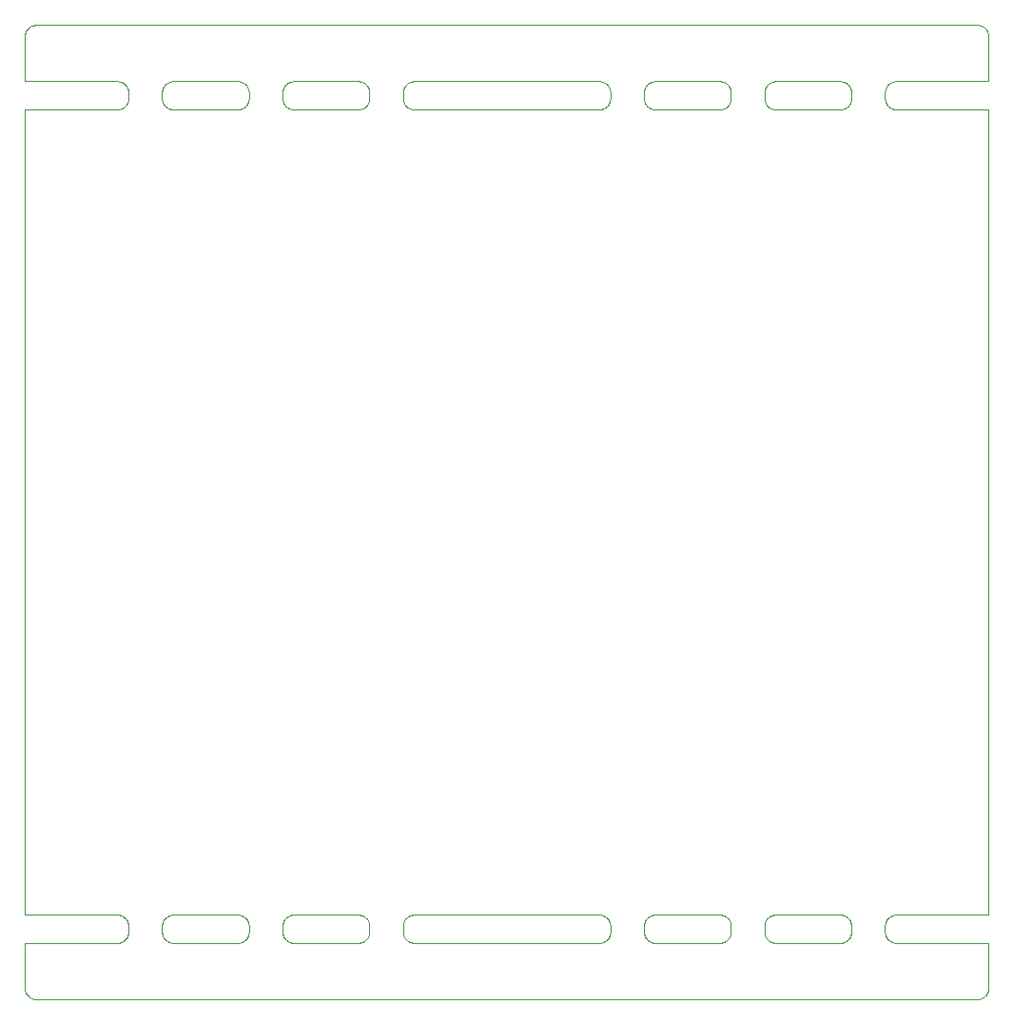
<source format=gbr>
%TF.GenerationSoftware,KiCad,Pcbnew,7.0.5*%
%TF.CreationDate,2023-07-03T18:15:23+02:00*%
%TF.ProjectId,motherboard_panel,6d6f7468-6572-4626-9f61-72645f70616e,rev?*%
%TF.SameCoordinates,Original*%
%TF.FileFunction,Profile,NP*%
%FSLAX46Y46*%
G04 Gerber Fmt 4.6, Leading zero omitted, Abs format (unit mm)*
G04 Created by KiCad (PCBNEW 7.0.5) date 2023-07-03 18:15:23*
%MOMM*%
%LPD*%
G01*
G04 APERTURE LIST*
%TA.AperFunction,Profile*%
%ADD10C,0.100000*%
%TD*%
G04 APERTURE END LIST*
D10*
X182399721Y-25361952D02*
X182431460Y-25325158D01*
X191394905Y-105747743D02*
X191395771Y-105736004D01*
X191399583Y-27507387D02*
X191399440Y-27506917D01*
X161521861Y-27480974D02*
X161474450Y-27470328D01*
X157682368Y-100947380D02*
X157667125Y-100993519D01*
X139304671Y-99899450D02*
X139317631Y-99852619D01*
X135333576Y-25001195D02*
X135382036Y-25004770D01*
X105601122Y-27505558D02*
X105600912Y-27506002D01*
X191396840Y-27502811D02*
X191396477Y-27502482D01*
X191224302Y-106215228D02*
X191231080Y-106205605D01*
X190485759Y-20004213D02*
X190412257Y-20000602D01*
X190497743Y-106644905D02*
X190498231Y-106644857D01*
X161617963Y-101645229D02*
X161569737Y-101639281D01*
X179132368Y-25702619D02*
X179145328Y-25749450D01*
X171450000Y-100140122D02*
X171451195Y-100091423D01*
X118306039Y-25140851D02*
X118348318Y-25116900D01*
X114343960Y-101509148D02*
X114301681Y-101533099D01*
X191327928Y-106021358D02*
X191328014Y-106021128D01*
X105901986Y-20284651D02*
X105901806Y-20284818D01*
X125188047Y-99374721D02*
X125224841Y-99406460D01*
X191382547Y-105833193D02*
X191382586Y-105832950D01*
X161248318Y-27383099D02*
X161206039Y-27359148D01*
X171450000Y-25990122D02*
X171451195Y-25941423D01*
X139279770Y-100757036D02*
X139276195Y-100708576D01*
X171644826Y-25400259D02*
X171674721Y-25361952D01*
X191399942Y-24990190D02*
X191399996Y-24987972D01*
X182431460Y-101324841D02*
X182399721Y-101288047D01*
X182217631Y-25702619D02*
X182232874Y-25656480D01*
X105724388Y-106131923D02*
X105762221Y-106195043D01*
X118527619Y-101607368D02*
X118481480Y-101592125D01*
X191391655Y-27500201D02*
X191391169Y-27500129D01*
X129031039Y-25140851D02*
X129073318Y-25116900D01*
X156975549Y-25029671D02*
X157022380Y-25042631D01*
X157158278Y-27404946D02*
X157113855Y-27424637D01*
X190582950Y-106632586D02*
X190583193Y-106632547D01*
X161427619Y-27457368D02*
X161381480Y-27442125D01*
X183165122Y-25000000D02*
X191387727Y-25000000D01*
X168010012Y-25166847D02*
X168049740Y-25194826D01*
X161291721Y-101554946D02*
X161248318Y-101533099D01*
X114168519Y-101592125D02*
X114122380Y-101607368D01*
X172152619Y-99192631D02*
X172199450Y-99179671D01*
X171469025Y-26703138D02*
X171460718Y-26655262D01*
X139931480Y-25057874D02*
X139977619Y-25042631D01*
X128989987Y-101483152D02*
X128950259Y-101455173D01*
X161291721Y-99245053D02*
X161336144Y-99225362D01*
X128950259Y-25194826D02*
X128989987Y-25166847D01*
X168430974Y-100853138D02*
X168420328Y-100900549D01*
X191393383Y-105760156D02*
X191393417Y-105759913D01*
X178693960Y-27359148D02*
X178651681Y-27383099D01*
X156783576Y-99151195D02*
X156832036Y-99154770D01*
X168439281Y-100805262D02*
X168430974Y-100853138D01*
X125474637Y-25611144D02*
X125492125Y-25656480D01*
X128607874Y-25656480D02*
X128625362Y-25611144D01*
X190485759Y-106645786D02*
X190486004Y-106645771D01*
X114258278Y-25095053D02*
X114301681Y-25116900D01*
X139285718Y-25844737D02*
X139294025Y-25796861D01*
X182464966Y-27210033D02*
X182431460Y-27174841D01*
X125545229Y-26607036D02*
X125539281Y-26655262D01*
X190498231Y-106644857D02*
X190509913Y-106643417D01*
X139977619Y-99192631D02*
X140024450Y-99179671D01*
X114463047Y-101425278D02*
X114424740Y-101455173D01*
X168354946Y-99716721D02*
X168374637Y-99761144D01*
X118717963Y-101645229D02*
X118669737Y-101639281D01*
X191399870Y-24991169D02*
X191399918Y-24990681D01*
X128550000Y-100659877D02*
X128550000Y-100140122D01*
X105606455Y-101650724D02*
X105606002Y-101650912D01*
X191107065Y-20293281D02*
X191106718Y-20292934D01*
X125188047Y-27275278D02*
X125149740Y-27305173D01*
X191394441Y-99148877D02*
X191394874Y-99148646D01*
X106139476Y-20112939D02*
X106128963Y-20118231D01*
X135478138Y-99169025D02*
X135525549Y-99179671D01*
X172016721Y-25095053D02*
X172061144Y-25075362D01*
X157558152Y-99589987D02*
X157584148Y-99631039D01*
X105640077Y-20721619D02*
X105622196Y-20793005D01*
X128554770Y-100042963D02*
X128560718Y-99994737D01*
X114535033Y-101360033D02*
X114499841Y-101393539D01*
X179175000Y-25990122D02*
X179175000Y-26509877D01*
X118391721Y-101554946D02*
X118348318Y-101533099D01*
X179170229Y-26607036D02*
X179164281Y-26655262D01*
X105605558Y-101651122D02*
X105605125Y-101651353D01*
X136270229Y-100042963D02*
X136273804Y-100091423D01*
X125550000Y-100659877D02*
X125548804Y-100708576D01*
X139531460Y-99475158D02*
X139564966Y-99439966D01*
X105612027Y-99149996D02*
X105612272Y-99150000D01*
X139304671Y-26750549D02*
X139294025Y-26703138D01*
X172061144Y-25075362D02*
X172106480Y-25057874D01*
X125409148Y-27018960D02*
X125383152Y-27060012D01*
X105712831Y-106110302D02*
X105712939Y-106110523D01*
X105604213Y-20914240D02*
X105600602Y-20987742D01*
X128744826Y-27099740D02*
X128716847Y-27060012D01*
X171492631Y-26797380D02*
X171479671Y-26750549D01*
X167926681Y-101533099D02*
X167883278Y-101554946D01*
X128744826Y-101249740D02*
X128716847Y-101210012D01*
X179155974Y-26703138D02*
X179145328Y-26750549D01*
X171850259Y-99344826D02*
X171889987Y-99316847D01*
X105676307Y-106032340D02*
X105676495Y-106032793D01*
X113883576Y-25001195D02*
X113932036Y-25004770D01*
X168049740Y-25194826D02*
X168088047Y-25224721D01*
X105712939Y-106110523D02*
X105718231Y-106121036D01*
X105604296Y-27501878D02*
X105603902Y-27502170D01*
X156783576Y-101648804D02*
X156734877Y-101650000D01*
X139977619Y-25042631D02*
X140024450Y-25029671D01*
X178282036Y-99154770D02*
X178330262Y-99160718D01*
X105606455Y-24999275D02*
X105606917Y-24999440D01*
X105647194Y-105951839D02*
X105671985Y-106021128D01*
X139499721Y-99511952D02*
X139531460Y-99475158D01*
X191396097Y-101652170D02*
X191395703Y-101651878D01*
X114749637Y-101038855D02*
X114729946Y-101083278D01*
X191400000Y-24987727D02*
X191400000Y-21012272D01*
X191287168Y-20539697D02*
X191287060Y-20539476D01*
X157682368Y-25702619D02*
X157695328Y-25749450D01*
X168255173Y-25400259D02*
X168283152Y-25439987D01*
X182656039Y-25140851D02*
X182698318Y-25116900D01*
X106139697Y-20112831D02*
X106139476Y-20112939D01*
X161617963Y-99154770D02*
X161666423Y-99151195D01*
X117920053Y-26933278D02*
X117900362Y-26888855D01*
X156783576Y-25001195D02*
X156832036Y-25004770D01*
X160949721Y-99511952D02*
X160981460Y-99475158D01*
X178693960Y-101509148D02*
X178651681Y-101533099D01*
X179034148Y-25481039D02*
X179058099Y-25523318D01*
X118669737Y-27489281D02*
X118621861Y-27480974D01*
X128806460Y-101324841D02*
X128774721Y-101288047D01*
X125530974Y-25796861D02*
X125539281Y-25844737D01*
X106228871Y-20071985D02*
X106228641Y-20072071D01*
X168283152Y-99589987D02*
X168309148Y-99631039D01*
X105600724Y-27506455D02*
X105600559Y-27506917D01*
X171739966Y-25289966D02*
X171775158Y-25256460D01*
X157720229Y-25892963D02*
X157723804Y-25941423D01*
X190498231Y-20005142D02*
X190497743Y-20005094D01*
X113980262Y-25010718D02*
X114028138Y-25019025D01*
X105600000Y-21012272D02*
X105600000Y-24987727D01*
X182656039Y-101509148D02*
X182614987Y-101483152D01*
X183067963Y-99154770D02*
X183116423Y-99151195D01*
X135913047Y-27275278D02*
X135874740Y-27305173D01*
X182204671Y-99899450D02*
X182217631Y-99852619D01*
X161666423Y-27498804D02*
X161617963Y-27495229D01*
X190412257Y-20000602D02*
X190412012Y-20000593D01*
X161050158Y-25256460D02*
X161086952Y-25224721D01*
X171889987Y-27333152D02*
X171850259Y-27305173D01*
X106309568Y-20043422D02*
X106298392Y-20047114D01*
X172391423Y-101648804D02*
X172342963Y-101645229D01*
X105643422Y-20709568D02*
X105643279Y-20710038D01*
X191399275Y-99143544D02*
X191399440Y-99143082D01*
X118225259Y-101455173D02*
X118186952Y-101425278D01*
X168392125Y-26843519D02*
X168374637Y-26888855D01*
X105605142Y-105748231D02*
X105606582Y-105759913D01*
X135284877Y-101650000D02*
X129540122Y-101650000D01*
X139391900Y-101126681D02*
X139370053Y-101083278D01*
X136255974Y-100853138D02*
X136245328Y-100900549D01*
X105672071Y-106021358D02*
X105676307Y-106032340D01*
X136134148Y-27018960D02*
X136108152Y-27060012D01*
X128690851Y-99631039D02*
X128716847Y-99589987D01*
X171889987Y-25166847D02*
X171931039Y-25140851D01*
X167926681Y-99266900D02*
X167968960Y-99290851D01*
X191393082Y-24999440D02*
X191393544Y-24999275D01*
X135793960Y-101509148D02*
X135751681Y-101533099D01*
X161248318Y-99266900D02*
X161291721Y-99245053D01*
X129252619Y-25042631D02*
X129299450Y-25029671D01*
X172246861Y-101630974D02*
X172199450Y-101620328D01*
X129299450Y-25029671D02*
X129346861Y-25019025D01*
X191391169Y-24999870D02*
X191391655Y-24999798D01*
X106405209Y-20019465D02*
X106404728Y-20019561D01*
X125454946Y-26933278D02*
X125433099Y-26976681D01*
X191281537Y-20528530D02*
X191275735Y-20518288D01*
X178425549Y-99179671D02*
X178472380Y-99192631D01*
X171590851Y-101168960D02*
X171566900Y-101126681D01*
X105647114Y-20698392D02*
X105643422Y-20709568D01*
X160744025Y-100853138D02*
X160735718Y-100805262D01*
X139317631Y-99852619D02*
X139332874Y-99806480D01*
X168354946Y-101083278D02*
X168333099Y-101126681D01*
X128839966Y-99439966D02*
X128875158Y-99406460D01*
X105602170Y-24996097D02*
X105602482Y-24996477D01*
X128744826Y-25400259D02*
X128774721Y-25361952D01*
X135572380Y-27457368D02*
X135525549Y-27470328D01*
X172294737Y-101639281D02*
X172246861Y-101630974D01*
X139370053Y-26933278D02*
X139350362Y-26888855D01*
X178980173Y-99550259D02*
X179008152Y-99589987D01*
X190945043Y-20162221D02*
X190881923Y-20124388D01*
X125474637Y-26888855D02*
X125454946Y-26933278D01*
X157705974Y-100853138D02*
X157695328Y-100900549D01*
X135284877Y-25000000D02*
X135284877Y-25000000D01*
X106206445Y-106568734D02*
X106217206Y-106573504D01*
X157324740Y-101455173D02*
X157285012Y-101483152D01*
X157649637Y-25611144D02*
X157667125Y-25656480D01*
X179132368Y-26797380D02*
X179117125Y-26843519D01*
X160729770Y-26607036D02*
X160726195Y-26558576D01*
X114075549Y-25029671D02*
X114122380Y-25042631D01*
X191393082Y-99149440D02*
X191393544Y-99149275D01*
X125110012Y-99316847D02*
X125149740Y-99344826D01*
X160820053Y-99716721D02*
X160841900Y-99673318D01*
X182270053Y-25566721D02*
X182291900Y-25523318D01*
X168420328Y-25749450D02*
X168430974Y-25796861D01*
X118436144Y-99225362D02*
X118481480Y-99207874D01*
X129031039Y-99290851D02*
X129073318Y-99266900D01*
X191395771Y-105736004D02*
X191395786Y-105735759D01*
X160725000Y-26509877D02*
X160725000Y-25990122D01*
X106217206Y-106573504D02*
X106217659Y-106573692D01*
X191024535Y-106430321D02*
X191024731Y-106430172D01*
X114782368Y-26797380D02*
X114767125Y-26843519D01*
X129491423Y-101648804D02*
X129442963Y-101645229D01*
X106034572Y-20175841D02*
X105975464Y-20219678D01*
X105601878Y-27504296D02*
X105601605Y-27504704D01*
X114795328Y-25749450D02*
X114805974Y-25796861D01*
X135478138Y-25019025D02*
X135525549Y-25029671D01*
X157714281Y-26655262D02*
X157705974Y-26703138D01*
X114782368Y-100947380D02*
X114767125Y-100993519D01*
X191394905Y-20902256D02*
X191394857Y-20901768D01*
X191043486Y-106414768D02*
X191098013Y-106365348D01*
X168049740Y-27305173D02*
X168010012Y-27333152D01*
X129206480Y-27442125D02*
X129161144Y-27424637D01*
X105600000Y-101662272D02*
X105600000Y-105637727D01*
X106587987Y-20000593D02*
X106587742Y-20000602D01*
X191396097Y-24997829D02*
X191396477Y-24997517D01*
X124559877Y-25000000D02*
X124559877Y-25000000D01*
X190701839Y-20047194D02*
X190701607Y-20047114D01*
X118225259Y-25194826D02*
X118264987Y-25166847D01*
X178378138Y-25019025D02*
X178425549Y-25029671D01*
X125355173Y-101249740D02*
X125325278Y-101288047D01*
X106489843Y-106643383D02*
X106490086Y-106643417D01*
X139469826Y-27099740D02*
X139441847Y-27060012D01*
X105718462Y-106121469D02*
X105724264Y-106131711D01*
X114535033Y-25289966D02*
X114568539Y-25325158D01*
X105681367Y-20606222D02*
X105681265Y-20606445D01*
X105600297Y-24992136D02*
X105600416Y-24992612D01*
X182741721Y-25095053D02*
X182786144Y-25075362D01*
X157243960Y-99290851D02*
X157285012Y-99316847D01*
X124893519Y-27442125D02*
X124847380Y-27457368D01*
X128989987Y-27333152D02*
X128950259Y-27305173D01*
X191397829Y-101653902D02*
X191397517Y-101653522D01*
X171850259Y-27305173D02*
X171811952Y-27275278D01*
X114820229Y-25892963D02*
X114823804Y-25941423D01*
X157363047Y-101425278D02*
X157324740Y-101455173D01*
X160754671Y-26750549D02*
X160744025Y-26703138D01*
X106217659Y-20076307D02*
X106217206Y-20076495D01*
X178980173Y-101249740D02*
X178950278Y-101288047D01*
X117867631Y-26797380D02*
X117854671Y-26750549D01*
X125507368Y-100947380D02*
X125492125Y-100993519D01*
X191397517Y-24996477D02*
X191397829Y-24996097D01*
X135618519Y-101592125D02*
X135572380Y-101607368D01*
X191395771Y-20913995D02*
X191394905Y-20902256D01*
X157714281Y-25844737D02*
X157720229Y-25892963D01*
X124847380Y-27457368D02*
X124800549Y-27470328D01*
X128989987Y-99316847D02*
X129031039Y-99290851D01*
X172016721Y-101554946D02*
X171973318Y-101533099D01*
X191398877Y-101655558D02*
X191398646Y-101655125D01*
X105608830Y-27500129D02*
X105608344Y-27500201D01*
X157113855Y-101574637D02*
X157068519Y-101592125D01*
X105600081Y-24990681D02*
X105600129Y-24991169D01*
X114814281Y-99994737D02*
X114820229Y-100042963D01*
X171507874Y-100993519D02*
X171492631Y-100947380D01*
X161050158Y-27243539D02*
X161014966Y-27210033D01*
X105604228Y-105736004D02*
X105605094Y-105747743D01*
X160744025Y-25796861D02*
X160754671Y-25749450D01*
X105604704Y-27501605D02*
X105604296Y-27501878D01*
X191387972Y-99149996D02*
X191390190Y-99149942D01*
X172199450Y-27470328D02*
X172152619Y-27457368D01*
X139931480Y-27442125D02*
X139886144Y-27424637D01*
X128806460Y-99475158D02*
X128839966Y-99439966D01*
X105612272Y-27500000D02*
X105612027Y-27500003D01*
X171931039Y-99290851D02*
X171973318Y-99266900D01*
X139332874Y-26843519D02*
X139317631Y-26797380D01*
X136158099Y-26976681D02*
X136134148Y-27018960D01*
X128911952Y-99374721D02*
X128950259Y-99344826D01*
X105647114Y-105951607D02*
X105647194Y-105951839D01*
X117991847Y-99589987D02*
X118019826Y-99550259D01*
X182971861Y-101630974D02*
X182924450Y-101620328D01*
X129540122Y-101650000D02*
X129491423Y-101648804D01*
X190594790Y-106630534D02*
X190595271Y-106630438D01*
X191359859Y-20721382D02*
X191356720Y-20710038D01*
X157558152Y-101210012D02*
X157530173Y-101249740D01*
X118766423Y-99151195D02*
X118815122Y-99150000D01*
X172294737Y-99160718D02*
X172342963Y-99154770D01*
X172061144Y-101574637D02*
X172016721Y-101554946D01*
X113834877Y-101650000D02*
X105612272Y-101650000D01*
X157667125Y-99806480D02*
X157682368Y-99852619D01*
X105724264Y-106131711D02*
X105724388Y-106131923D01*
X135572380Y-99192631D02*
X135618519Y-99207874D01*
X156880262Y-25010718D02*
X156928138Y-25019025D01*
X105607863Y-99149702D02*
X105608344Y-99149798D01*
X113932036Y-101645229D02*
X113883576Y-101648804D01*
X157714281Y-99994737D02*
X157720229Y-100042963D01*
X157584148Y-99631039D02*
X157608099Y-99673318D01*
X125474637Y-101038855D02*
X125454946Y-101083278D01*
X172199450Y-25029671D02*
X172246861Y-25019025D01*
X172246861Y-99169025D02*
X172294737Y-99160718D01*
X191392612Y-101650416D02*
X191392136Y-101650297D01*
X118306039Y-27359148D02*
X118264987Y-27333152D01*
X171616847Y-99589987D02*
X171644826Y-99550259D01*
X161715122Y-99150000D02*
X167459877Y-99150000D01*
X161086952Y-101425278D02*
X161050158Y-101393539D01*
X191399087Y-24993997D02*
X191399275Y-24993544D01*
X139886144Y-99225362D02*
X139931480Y-99207874D01*
X118717963Y-27495229D02*
X118669737Y-27489281D01*
X168049740Y-101455173D02*
X168010012Y-101483152D01*
X190690431Y-20043422D02*
X190689961Y-20043279D01*
X182217631Y-100947380D02*
X182204671Y-100900549D01*
X157363047Y-99374721D02*
X157399841Y-99406460D01*
X167508576Y-99151195D02*
X167557036Y-99154770D01*
X191396097Y-99147829D02*
X191396477Y-99147517D01*
X105605125Y-99148646D02*
X105605558Y-99148877D01*
X171674721Y-101288047D02*
X171644826Y-101249740D01*
X125550000Y-26509877D02*
X125548804Y-26558576D01*
X182575259Y-101455173D02*
X182536952Y-101425278D01*
X182179770Y-26607036D02*
X182176195Y-26558576D01*
X161164987Y-99316847D02*
X161206039Y-99290851D01*
X171525362Y-101038855D02*
X171507874Y-100993519D01*
X136217125Y-25656480D02*
X136232368Y-25702619D01*
X182399721Y-27138047D02*
X182369826Y-27099740D01*
X182614987Y-25166847D02*
X182656039Y-25140851D01*
X182500158Y-27243539D02*
X182464966Y-27210033D01*
X105607863Y-27500297D02*
X105607387Y-27500416D01*
X136217125Y-100993519D02*
X136199637Y-101038855D01*
X191393544Y-99149275D02*
X191393997Y-99149087D01*
X191380438Y-105845271D02*
X191380534Y-105844790D01*
X179173804Y-100091423D02*
X179175000Y-100140122D01*
X106490086Y-20006582D02*
X106489843Y-20006616D01*
X191352805Y-105951839D02*
X191352885Y-105951607D01*
X136080173Y-99550259D02*
X136108152Y-99589987D01*
X105712939Y-20539476D02*
X105712831Y-20539697D01*
X125026681Y-25116900D02*
X125068960Y-25140851D01*
X191106718Y-20292934D02*
X191098193Y-20284818D01*
X114749637Y-99761144D02*
X114767125Y-99806480D01*
X105607863Y-101650297D02*
X105607387Y-101650416D01*
X191043302Y-20235068D02*
X191034389Y-20227380D01*
X182250362Y-26888855D02*
X182232874Y-26843519D01*
X106034771Y-106474302D02*
X106044394Y-106481080D01*
X140071861Y-25019025D02*
X140119737Y-25010718D01*
X182877619Y-25042631D02*
X182924450Y-25029671D01*
X191231352Y-106205197D02*
X191237650Y-106195252D01*
X182924450Y-99179671D02*
X182971861Y-99169025D01*
X182232874Y-100993519D02*
X182217631Y-100947380D01*
X105603159Y-99147188D02*
X105603522Y-99147517D01*
X191395703Y-101651878D02*
X191395295Y-101651605D01*
X139714987Y-25166847D02*
X139756039Y-25140851D01*
X140071861Y-27480974D02*
X140024450Y-27470328D01*
X190955605Y-106481080D02*
X190965228Y-106474302D01*
X105600057Y-27509809D02*
X105600003Y-27512027D01*
X182877619Y-27457368D02*
X182831480Y-27442125D01*
X161569737Y-101639281D02*
X161521861Y-101630974D01*
X114630173Y-25400259D02*
X114658152Y-25439987D01*
X168333099Y-25523318D02*
X168354946Y-25566721D01*
X105768647Y-20444802D02*
X105762349Y-20454747D01*
X105835231Y-106293486D02*
X105884651Y-106348013D01*
X139285718Y-99994737D02*
X139294025Y-99946861D01*
X160800362Y-25611144D02*
X160820053Y-25566721D01*
X171706460Y-27174841D02*
X171674721Y-27138047D01*
X191393544Y-27500724D02*
X191393082Y-27500559D01*
X113980262Y-101639281D02*
X113932036Y-101645229D01*
X105671985Y-106021128D02*
X105672071Y-106021358D01*
X178425549Y-27470328D02*
X178378138Y-27480974D01*
X172246861Y-25019025D02*
X172294737Y-25010718D01*
X114535033Y-27210033D02*
X114499841Y-27243539D01*
X172391423Y-99151195D02*
X172440122Y-99150000D01*
X168439281Y-25844737D02*
X168445229Y-25892963D01*
X140167963Y-101645229D02*
X140119737Y-101639281D01*
X118669737Y-25010718D02*
X118717963Y-25004770D01*
X171644826Y-101249740D02*
X171616847Y-101210012D01*
X106587742Y-106649397D02*
X106587987Y-106649406D01*
X167838855Y-99225362D02*
X167883278Y-99245053D01*
X190955197Y-106481352D02*
X190955605Y-106481080D01*
X113834877Y-27500000D02*
X105612272Y-27500000D01*
X171674721Y-27138047D02*
X171644826Y-27099740D01*
X128560718Y-100805262D02*
X128554770Y-100757036D01*
X171492631Y-25702619D02*
X171507874Y-25656480D01*
X191394874Y-101651353D02*
X191394441Y-101651122D01*
X182971861Y-27480974D02*
X182924450Y-27470328D01*
X136080173Y-25400259D02*
X136108152Y-25439987D01*
X125433099Y-25523318D02*
X125454946Y-25566721D01*
X125545229Y-25892963D02*
X125548804Y-25941423D01*
X160919826Y-101249740D02*
X160891847Y-101210012D01*
X105609318Y-24999918D02*
X105609809Y-24999942D01*
X128950259Y-99344826D02*
X128989987Y-99316847D01*
X178918539Y-101324841D02*
X178885033Y-101360033D01*
X105600057Y-24990190D02*
X105600057Y-24990190D01*
X171460718Y-25844737D02*
X171469025Y-25796861D01*
X171616847Y-25439987D02*
X171644826Y-25400259D01*
X157158278Y-99245053D02*
X157201681Y-99266900D01*
X114343960Y-25140851D02*
X114385012Y-25166847D01*
X160735718Y-25844737D02*
X160744025Y-25796861D01*
X171706460Y-99475158D02*
X171739966Y-99439966D01*
X117829770Y-25892963D02*
X117835718Y-25844737D01*
X105762221Y-106195043D02*
X105762349Y-106195252D01*
X161050158Y-101393539D02*
X161014966Y-101360033D01*
X172440122Y-27500000D02*
X172391423Y-27498804D01*
X191395295Y-101651605D02*
X191394874Y-101651353D01*
X168193539Y-25325158D02*
X168225278Y-25361952D01*
X190387727Y-106650000D02*
X190387972Y-106649996D01*
X106502256Y-20005094D02*
X106501768Y-20005142D01*
X106490086Y-106643417D02*
X106501768Y-106644857D01*
X179145328Y-25749450D02*
X179155974Y-25796861D01*
X114301681Y-27383099D02*
X114258278Y-27404946D01*
X161427619Y-99192631D02*
X161474450Y-99179671D01*
X125520328Y-100900549D02*
X125507368Y-100947380D01*
X182924450Y-27470328D02*
X182877619Y-27457368D01*
X171479671Y-99899450D02*
X171492631Y-99852619D01*
X157705974Y-26703138D02*
X157695328Y-26750549D01*
X167838855Y-27424637D02*
X167793519Y-27442125D01*
X114499841Y-27243539D02*
X114463047Y-27275278D01*
X157068519Y-101592125D02*
X157022380Y-101607368D01*
X161715122Y-25000000D02*
X167459877Y-25000000D01*
X135874740Y-99344826D02*
X135913047Y-99374721D01*
X168193539Y-101324841D02*
X168160033Y-101360033D01*
X178813047Y-101425278D02*
X178774740Y-101455173D01*
X105643279Y-105939961D02*
X105643422Y-105940431D01*
X128554770Y-100757036D02*
X128551195Y-100708576D01*
X157468539Y-27174841D02*
X157435033Y-27210033D01*
X105600912Y-24993997D02*
X105601122Y-24994441D01*
X190965427Y-106474158D02*
X191024535Y-106430321D01*
X191395703Y-99148121D02*
X191396097Y-99147829D01*
X124938855Y-101574637D02*
X124893519Y-101592125D01*
X167605262Y-27489281D02*
X167557036Y-27495229D01*
X157158278Y-25095053D02*
X157201681Y-25116900D01*
X167557036Y-101645229D02*
X167508576Y-101648804D01*
X118225259Y-99344826D02*
X118264987Y-99316847D01*
X139285718Y-100805262D02*
X139279770Y-100757036D01*
X105602482Y-27503522D02*
X105602170Y-27503902D01*
X157720229Y-100757036D02*
X157714281Y-100805262D01*
X190793777Y-106568632D02*
X190860302Y-106537168D01*
X118264987Y-101483152D02*
X118225259Y-101455173D01*
X106501768Y-106644857D02*
X106502256Y-106644905D01*
X114213855Y-25075362D02*
X114258278Y-25095053D01*
X182176195Y-25941423D02*
X182179770Y-25892963D01*
X140265122Y-101650000D02*
X140216423Y-101648804D01*
X114825000Y-26509877D02*
X114823804Y-26558576D01*
X128592631Y-99852619D02*
X128607874Y-99806480D01*
X167459877Y-25000000D02*
X167459877Y-25000000D01*
X191399942Y-27509809D02*
X191399918Y-27509318D01*
X160865851Y-27018960D02*
X160841900Y-26976681D01*
X114424740Y-27305173D02*
X114385012Y-27333152D01*
X105604296Y-24998121D02*
X105604704Y-24998394D01*
X191352885Y-20698392D02*
X191352805Y-20698160D01*
X136134148Y-25481039D02*
X136158099Y-25523318D01*
X125492125Y-99806480D02*
X125507368Y-99852619D01*
X178472380Y-101607368D02*
X178425549Y-101620328D01*
X191180321Y-106274535D02*
X191224158Y-106215427D01*
X191164931Y-106293302D02*
X191172619Y-106284389D01*
X105606455Y-27500724D02*
X105606002Y-27500912D01*
X168448804Y-100091423D02*
X168450000Y-100140122D01*
X161125259Y-101455173D02*
X161086952Y-101425278D01*
X105892934Y-20293281D02*
X105884818Y-20301806D01*
X168283152Y-101210012D02*
X168255173Y-101249740D01*
X136275000Y-100140122D02*
X136275000Y-100659877D01*
X118150158Y-101393539D02*
X118114966Y-101360033D01*
X190860523Y-20112939D02*
X190860302Y-20112831D01*
X128774721Y-99511952D02*
X128806460Y-99475158D01*
X118527619Y-99192631D02*
X118574450Y-99179671D01*
X124893519Y-25057874D02*
X124938855Y-25075362D01*
X117826195Y-100708576D02*
X117825000Y-100659877D01*
X191399870Y-27508830D02*
X191399798Y-27508344D01*
X117965851Y-25481039D02*
X117991847Y-25439987D01*
X139756039Y-25140851D02*
X139798318Y-25116900D01*
X105617452Y-105833193D02*
X105619465Y-105844790D01*
X128839966Y-27210033D02*
X128806460Y-27174841D01*
X167793519Y-99207874D02*
X167838855Y-99225362D01*
X118114966Y-101360033D02*
X118081460Y-101324841D01*
X105600003Y-101662027D02*
X105600000Y-101662272D01*
X117965851Y-99631039D02*
X117991847Y-99589987D01*
X161715122Y-27500000D02*
X161666423Y-27498804D01*
X160891847Y-27060012D02*
X160865851Y-27018960D01*
X135835012Y-101483152D02*
X135793960Y-101509148D01*
X191394857Y-20901768D02*
X191393417Y-20890086D01*
X167838855Y-25075362D02*
X167883278Y-25095053D01*
X105819678Y-20375464D02*
X105775841Y-20434572D01*
X168450000Y-100140122D02*
X168450000Y-100659877D01*
X191391169Y-27500129D02*
X191390681Y-27500081D01*
X168333099Y-26976681D02*
X168309148Y-27018960D01*
X128550000Y-25990122D02*
X128551195Y-25941423D01*
X105600129Y-99141169D02*
X105600201Y-99141655D01*
X168088047Y-99374721D02*
X168124841Y-99406460D01*
X182831480Y-99207874D02*
X182877619Y-99192631D01*
X105604704Y-101651605D02*
X105604296Y-101651878D01*
X124893519Y-99207874D02*
X124938855Y-99225362D01*
X178774740Y-101455173D02*
X178735012Y-101483152D01*
X105600912Y-101656002D02*
X105600724Y-101656455D01*
X160949721Y-101288047D02*
X160919826Y-101249740D01*
X139714987Y-27333152D02*
X139675259Y-27305173D01*
X161617963Y-27495229D02*
X161569737Y-27489281D01*
X105600593Y-105662012D02*
X105600602Y-105662257D01*
X172342963Y-25004770D02*
X172391423Y-25001195D01*
X128911952Y-25224721D02*
X128950259Y-25194826D01*
X191397188Y-101653159D02*
X191396840Y-101652811D01*
X191397829Y-24996097D02*
X191398121Y-24995703D01*
X168283152Y-27060012D02*
X168255173Y-27099740D01*
X105600057Y-99140190D02*
X105600081Y-99140681D01*
X182175000Y-25990122D02*
X182176195Y-25941423D01*
X167459877Y-27500000D02*
X161715122Y-27500000D01*
X190412257Y-106649397D02*
X190485759Y-106645786D01*
X125293539Y-25325158D02*
X125325278Y-25361952D01*
X183019737Y-25010718D02*
X183067963Y-25004770D01*
X191394874Y-27501353D02*
X191394441Y-27501122D01*
X171454770Y-100042963D02*
X171460718Y-99994737D01*
X114301681Y-101533099D02*
X114258278Y-101554946D01*
X114301681Y-25116900D02*
X114343960Y-25140851D01*
X106118288Y-20124264D02*
X106118076Y-20124388D01*
X136179946Y-99716721D02*
X136199637Y-99761144D01*
X117900362Y-26888855D02*
X117882874Y-26843519D01*
X190881711Y-20124264D02*
X190871469Y-20118462D01*
X160981460Y-27174841D02*
X160949721Y-27138047D01*
X167605262Y-25010718D02*
X167653138Y-25019025D01*
X139977619Y-101607368D02*
X139931480Y-101592125D01*
X178813047Y-25224721D02*
X178849841Y-25256460D01*
X105600297Y-99142136D02*
X105600416Y-99142612D01*
X105606917Y-99149440D02*
X105607387Y-99149583D01*
X191399702Y-27507863D02*
X191399583Y-27507387D01*
X171507874Y-99806480D02*
X171525362Y-99761144D01*
X182431460Y-99475158D02*
X182464966Y-99439966D01*
X128875158Y-27243539D02*
X128839966Y-27210033D01*
X157667125Y-100993519D02*
X157649637Y-101038855D01*
X161381480Y-27442125D02*
X161336144Y-27424637D01*
X156832036Y-101645229D02*
X156783576Y-101648804D01*
X191287168Y-106110302D02*
X191318632Y-106043777D01*
X190701839Y-106602805D02*
X190771128Y-106578014D01*
X140119737Y-101639281D02*
X140071861Y-101630974D01*
X128551195Y-26558576D02*
X128550000Y-26509877D01*
X171479671Y-25749450D02*
X171492631Y-25702619D01*
X139391900Y-99673318D02*
X139415851Y-99631039D01*
X114122380Y-101607368D02*
X114075549Y-101620328D01*
X135708278Y-27404946D02*
X135663855Y-27424637D01*
X178693960Y-25140851D02*
X178735012Y-25166847D01*
X178735012Y-27333152D02*
X178693960Y-27359148D01*
X161086952Y-25224721D02*
X161125259Y-25194826D01*
X191390190Y-24999942D02*
X191390681Y-24999918D01*
X106054747Y-20162349D02*
X106044802Y-20168647D01*
X168333099Y-101126681D02*
X168309148Y-101168960D01*
X190881923Y-20124388D02*
X190881711Y-20124264D01*
X128716847Y-25439987D02*
X128744826Y-25400259D01*
X190793777Y-20081367D02*
X190793554Y-20081265D01*
X168088047Y-25224721D02*
X168124841Y-25256460D01*
X191275735Y-20518288D02*
X191275611Y-20518076D01*
X179034148Y-27018960D02*
X179008152Y-27060012D01*
X167700549Y-101620328D02*
X167653138Y-101630974D01*
X128592631Y-26797380D02*
X128579671Y-26750549D01*
X191399440Y-99143082D02*
X191399583Y-99142612D01*
X140265122Y-27500000D02*
X140216423Y-27498804D01*
X105608344Y-24999798D02*
X105608830Y-24999870D01*
X160767631Y-100947380D02*
X160754671Y-100900549D01*
X168255173Y-101249740D02*
X168225278Y-101288047D01*
X117854671Y-26750549D02*
X117844025Y-26703138D01*
X105643279Y-20710038D02*
X105640140Y-20721382D01*
X136275000Y-100659877D02*
X136273804Y-100708576D01*
X191231080Y-20444394D02*
X191224302Y-20434771D01*
X136080173Y-101249740D02*
X136050278Y-101288047D01*
X135913047Y-99374721D02*
X135949841Y-99406460D01*
X105835231Y-20356513D02*
X105835068Y-20356697D01*
X114684148Y-99631039D02*
X114708099Y-99673318D01*
X183116423Y-27498804D02*
X183067963Y-27495229D01*
X135985033Y-27210033D02*
X135949841Y-27243539D01*
X160949721Y-25361952D02*
X160981460Y-25325158D01*
X114343960Y-27359148D02*
X114301681Y-27383099D01*
X191327928Y-20628641D02*
X191323692Y-20617659D01*
X167747380Y-25042631D02*
X167793519Y-25057874D01*
X136275000Y-25990122D02*
X136275000Y-26509877D01*
X191352805Y-20698160D02*
X191328014Y-20628871D01*
X128744826Y-99550259D02*
X128774721Y-99511952D01*
X118150158Y-27243539D02*
X118114966Y-27210033D01*
X161666423Y-25001195D02*
X161715122Y-25000000D01*
X125409148Y-99631039D02*
X125433099Y-99673318D01*
X125454946Y-99716721D02*
X125474637Y-99761144D01*
X179099637Y-101038855D02*
X179079946Y-101083278D01*
X160782874Y-26843519D02*
X160767631Y-26797380D01*
X129442963Y-27495229D02*
X129394737Y-27489281D01*
X157720229Y-26607036D02*
X157714281Y-26655262D01*
X129442963Y-25004770D02*
X129491423Y-25001195D01*
X190793554Y-20081265D02*
X190782793Y-20076495D01*
X113932036Y-27495229D02*
X113883576Y-27498804D01*
X157399841Y-27243539D02*
X157363047Y-27275278D01*
X118391721Y-27404946D02*
X118348318Y-27383099D01*
X114767125Y-25656480D02*
X114782368Y-25702619D01*
X172342963Y-101645229D02*
X172294737Y-101639281D01*
X179079946Y-99716721D02*
X179099637Y-99761144D01*
X129540122Y-25000000D02*
X135284877Y-25000000D01*
X117829770Y-100042963D02*
X117835718Y-99994737D01*
X136255974Y-26703138D02*
X136245328Y-26750549D01*
X161381480Y-25057874D02*
X161427619Y-25042631D01*
X157629946Y-26933278D02*
X157608099Y-26976681D01*
X117867631Y-25702619D02*
X117882874Y-25656480D01*
X129442963Y-99154770D02*
X129491423Y-99151195D01*
X135663855Y-27424637D02*
X135618519Y-27442125D01*
X114825000Y-100140122D02*
X114825000Y-100659877D01*
X157649637Y-99761144D02*
X157667125Y-99806480D01*
X128579671Y-25749450D02*
X128592631Y-25702619D01*
X139294025Y-26703138D02*
X139285718Y-26655262D01*
X139798318Y-25116900D02*
X139841721Y-25095053D01*
X161164987Y-101483152D02*
X161125259Y-101455173D01*
X191391169Y-101650129D02*
X191390681Y-101650081D01*
X105608830Y-24999870D02*
X105609318Y-24999918D01*
X105762221Y-20454956D02*
X105724388Y-20518076D01*
X136018539Y-25325158D02*
X136050278Y-25361952D01*
X135572380Y-101607368D02*
X135525549Y-101620328D01*
X129161144Y-101574637D02*
X129116721Y-101554946D01*
X139798318Y-99266900D02*
X139841721Y-99245053D01*
X157068519Y-25057874D02*
X157113855Y-25075362D01*
X118081460Y-27174841D02*
X118049721Y-27138047D01*
X171775158Y-99406460D02*
X171811952Y-99374721D01*
X191390681Y-27500081D02*
X191390190Y-27500057D01*
X125325278Y-99511952D02*
X125355173Y-99550259D01*
X118717963Y-99154770D02*
X118766423Y-99151195D01*
X135874740Y-25194826D02*
X135913047Y-25224721D01*
X139276195Y-26558576D02*
X139275000Y-26509877D01*
X135478138Y-101630974D02*
X135430262Y-101639281D01*
X114749637Y-25611144D02*
X114767125Y-25656480D01*
X114424740Y-101455173D02*
X114385012Y-101483152D01*
X114823804Y-100708576D02*
X114820229Y-100757036D01*
X182185718Y-100805262D02*
X182179770Y-100757036D01*
X118481480Y-27442125D02*
X118436144Y-27424637D01*
X128911952Y-101425278D02*
X128875158Y-101393539D01*
X167605262Y-99160718D02*
X167653138Y-99169025D01*
X139756039Y-27359148D02*
X139714987Y-27333152D01*
X168374637Y-25611144D02*
X168392125Y-25656480D01*
X129394737Y-25010718D02*
X129442963Y-25004770D01*
X114729946Y-99716721D02*
X114749637Y-99761144D01*
X114463047Y-27275278D02*
X114424740Y-27305173D01*
X135663855Y-25075362D02*
X135708278Y-25095053D01*
X106128530Y-20118462D02*
X106118288Y-20124264D01*
X106309568Y-106606577D02*
X106310038Y-106606720D01*
X190606994Y-106627803D02*
X190678380Y-106609922D01*
X179008152Y-99589987D02*
X179034148Y-99631039D01*
X191399406Y-105662012D02*
X191399996Y-105637972D01*
X161050158Y-99406460D02*
X161086952Y-99374721D01*
X190771358Y-106577928D02*
X190782340Y-106573692D01*
X191323504Y-20617206D02*
X191318734Y-20606445D01*
X179117125Y-25656480D02*
X179132368Y-25702619D01*
X182217631Y-26797380D02*
X182204671Y-26750549D01*
X105606582Y-105759913D02*
X105606616Y-105760156D01*
X135663855Y-101574637D02*
X135618519Y-101592125D01*
X178885033Y-101360033D02*
X178849841Y-101393539D01*
X191352885Y-105951607D02*
X191356577Y-105940431D01*
X139531460Y-27174841D02*
X139499721Y-27138047D01*
X179099637Y-99761144D02*
X179117125Y-99806480D01*
X117900362Y-25611144D02*
X117920053Y-25566721D01*
X105600129Y-24991169D02*
X105600201Y-24991655D01*
X182399721Y-101288047D02*
X182369826Y-101249740D01*
X179117125Y-26843519D02*
X179099637Y-26888855D01*
X113834877Y-99150000D02*
X113883576Y-99151195D01*
X178950278Y-99511952D02*
X178980173Y-99550259D01*
X157584148Y-101168960D02*
X157558152Y-101210012D01*
X124559877Y-99150000D02*
X124559877Y-99150000D01*
X105608344Y-99149798D02*
X105608830Y-99149870D01*
X157435033Y-25289966D02*
X157468539Y-25325158D01*
X105603522Y-101652482D02*
X105603159Y-101652811D01*
X125224841Y-99406460D02*
X125260033Y-99439966D01*
X191395703Y-24998121D02*
X191396097Y-24997829D01*
X139415851Y-99631039D02*
X139441847Y-99589987D01*
X105718462Y-20528530D02*
X105718231Y-20528963D01*
X135525549Y-27470328D02*
X135478138Y-27480974D01*
X105975268Y-106430172D02*
X105975464Y-106430321D01*
X113834877Y-25000000D02*
X113883576Y-25001195D01*
X171507874Y-26843519D02*
X171492631Y-26797380D01*
X128579671Y-100900549D02*
X128569025Y-100853138D01*
X191394874Y-24998646D02*
X191395295Y-24998394D01*
X135949841Y-25256460D02*
X135985033Y-25289966D01*
X113883576Y-99151195D02*
X113932036Y-99154770D01*
X128806460Y-27174841D02*
X128774721Y-27138047D01*
X157022380Y-25042631D02*
X157068519Y-25057874D01*
X117854671Y-99899450D02*
X117867631Y-99852619D01*
X191323504Y-106032793D02*
X191323692Y-106032340D01*
X128875158Y-25256460D02*
X128911952Y-25224721D01*
X135478138Y-27480974D02*
X135430262Y-27489281D01*
X191323692Y-20617659D02*
X191323504Y-20617206D01*
X105603902Y-27502170D02*
X105603522Y-27502482D01*
X168354946Y-25566721D02*
X168374637Y-25611144D01*
X128625362Y-99761144D02*
X128645053Y-99716721D01*
X179034148Y-101168960D02*
X179008152Y-101210012D01*
X171590851Y-27018960D02*
X171566900Y-26976681D01*
X183116423Y-101648804D02*
X183067963Y-101645229D01*
X171469025Y-99946861D02*
X171479671Y-99899450D01*
X105647194Y-20698160D02*
X105647114Y-20698392D01*
X157468539Y-99475158D02*
X157500278Y-99511952D01*
X179079946Y-101083278D02*
X179058099Y-101126681D01*
X160841900Y-25523318D02*
X160865851Y-25481039D01*
X140216423Y-27498804D02*
X140167963Y-27495229D01*
X118225259Y-27305173D02*
X118186952Y-27275278D01*
X191393997Y-27500912D02*
X191393544Y-27500724D01*
X117835718Y-26655262D02*
X117829770Y-26607036D01*
X191107065Y-106356718D02*
X191115181Y-106348193D01*
X105600081Y-99140681D02*
X105600129Y-99141169D01*
X178184877Y-25000000D02*
X178184877Y-25000000D01*
X105892934Y-106356718D02*
X105893281Y-106357065D01*
X105619561Y-20804728D02*
X105619465Y-20805209D01*
X106393243Y-106627860D02*
X106404728Y-106630438D01*
X114343960Y-99290851D02*
X114385012Y-99316847D01*
X136245328Y-25749450D02*
X136255974Y-25796861D01*
X139332874Y-99806480D02*
X139350362Y-99761144D01*
X191164931Y-20356697D02*
X191164768Y-20356513D01*
X191398877Y-99144441D02*
X191399087Y-99143997D01*
X114795328Y-99899450D02*
X114805974Y-99946861D01*
X156880262Y-99160718D02*
X156928138Y-99169025D01*
X114684148Y-27018960D02*
X114658152Y-27060012D01*
X191275735Y-106131711D02*
X191281537Y-106121469D01*
X191024535Y-20219678D02*
X190965427Y-20175841D01*
X168354946Y-26933278D02*
X168333099Y-26976681D01*
X182971861Y-99169025D02*
X183019737Y-99160718D01*
X117882874Y-100993519D02*
X117867631Y-100947380D01*
X191392136Y-24999702D02*
X191392612Y-24999583D01*
X125260033Y-25289966D02*
X125293539Y-25325158D01*
X171931039Y-25140851D02*
X171973318Y-25116900D01*
X182250362Y-101038855D02*
X182232874Y-100993519D01*
X178282036Y-27495229D02*
X178233576Y-27498804D01*
X156928138Y-25019025D02*
X156975549Y-25029671D01*
X191398877Y-24994441D02*
X191399087Y-24993997D01*
X191387727Y-25000000D02*
X191387972Y-24999996D01*
X128569025Y-99946861D02*
X128579671Y-99899450D01*
X117835718Y-100805262D02*
X117829770Y-100757036D01*
X191318632Y-20606222D02*
X191287168Y-20539697D01*
X136232368Y-26797380D02*
X136217125Y-26843519D01*
X125539281Y-25844737D02*
X125545229Y-25892963D01*
X190583193Y-106632547D02*
X190594790Y-106630534D01*
X125110012Y-25166847D02*
X125149740Y-25194826D01*
X105608344Y-27500201D02*
X105607863Y-27500297D01*
X157695328Y-25749450D02*
X157705974Y-25796861D01*
X171460718Y-100805262D02*
X171454770Y-100757036D01*
X191281537Y-106121469D02*
X191281768Y-106121036D01*
X191395295Y-24998394D02*
X191395703Y-24998121D01*
X129394737Y-27489281D02*
X129346861Y-27480974D01*
X178233576Y-25001195D02*
X178282036Y-25004770D01*
X118348318Y-27383099D02*
X118306039Y-27359148D01*
X114814281Y-100805262D02*
X114805974Y-100853138D01*
X157705974Y-25796861D02*
X157714281Y-25844737D01*
X128839966Y-101360033D02*
X128806460Y-101324841D01*
X190782340Y-106573692D02*
X190782793Y-106573504D01*
X106405209Y-106630534D02*
X106416806Y-106632547D01*
X125507368Y-99852619D02*
X125520328Y-99899450D01*
X117867631Y-100947380D02*
X117854671Y-100900549D01*
X124800549Y-101620328D02*
X124753138Y-101630974D01*
X105956513Y-106414768D02*
X105956697Y-106414931D01*
X167883278Y-25095053D02*
X167926681Y-25116900D01*
X191328014Y-20628871D02*
X191327928Y-20628641D01*
X105762349Y-20454747D02*
X105762221Y-20454956D01*
X114213855Y-27424637D02*
X114168519Y-27442125D01*
X157608099Y-26976681D02*
X157584148Y-27018960D01*
X106034572Y-106474158D02*
X106034771Y-106474302D01*
X135333576Y-27498804D02*
X135284877Y-27500000D01*
X106128530Y-106531537D02*
X106128963Y-106531768D01*
X135618519Y-25057874D02*
X135663855Y-25075362D01*
X114122380Y-99192631D02*
X114168519Y-99207874D01*
X168010012Y-101483152D02*
X167968960Y-101509148D01*
X105604704Y-99148394D02*
X105605125Y-99148646D01*
X160729770Y-25892963D02*
X160735718Y-25844737D01*
X139276195Y-25941423D02*
X139279770Y-25892963D01*
X117825000Y-100659877D02*
X117825000Y-100140122D01*
X118481480Y-99207874D02*
X118527619Y-99192631D01*
X171850259Y-101455173D02*
X171811952Y-101425278D01*
X171811952Y-101425278D02*
X171775158Y-101393539D01*
X124705262Y-25010718D02*
X124753138Y-25019025D01*
X118669737Y-101639281D02*
X118621861Y-101630974D01*
X105681265Y-106043554D02*
X105681367Y-106043777D01*
X139499721Y-27138047D02*
X139469826Y-27099740D01*
X114767125Y-100993519D02*
X114749637Y-101038855D01*
X191399406Y-20987987D02*
X191399397Y-20987742D01*
X106118288Y-106525735D02*
X106128530Y-106531537D01*
X161291721Y-25095053D02*
X161336144Y-25075362D01*
X182341847Y-101210012D02*
X182315851Y-101168960D01*
X191392136Y-101650297D02*
X191391655Y-101650201D01*
X105819827Y-20375268D02*
X105819678Y-20375464D01*
X125068960Y-101509148D02*
X125026681Y-101533099D01*
X171450000Y-100659877D02*
X171450000Y-100140122D01*
X106587987Y-106649406D02*
X106612027Y-106649996D01*
X168448804Y-26558576D02*
X168445229Y-26607036D01*
X191399942Y-101659809D02*
X191399918Y-101659318D01*
X114805974Y-26703138D02*
X114795328Y-26750549D01*
X171775158Y-27243539D02*
X171739966Y-27210033D01*
X125149740Y-99344826D02*
X125188047Y-99374721D01*
X114568539Y-27174841D02*
X114535033Y-27210033D01*
X182185718Y-99994737D02*
X182194025Y-99946861D01*
X125433099Y-101126681D02*
X125409148Y-101168960D01*
X178330262Y-25010718D02*
X178378138Y-25019025D01*
X191237650Y-20454747D02*
X191231352Y-20444802D01*
X124705262Y-99160718D02*
X124753138Y-99169025D01*
X105600000Y-105637727D02*
X105600003Y-105637972D01*
X182204671Y-100900549D02*
X182194025Y-100853138D01*
X179175000Y-100140122D02*
X179175000Y-100659877D01*
X128592631Y-100947380D02*
X128579671Y-100900549D01*
X168124841Y-25256460D02*
X168160033Y-25289966D01*
X191399798Y-27508344D02*
X191399702Y-27507863D01*
X190701607Y-106602885D02*
X190701839Y-106602805D01*
X105602482Y-99146477D02*
X105602811Y-99146840D01*
X182464966Y-101360033D02*
X182431460Y-101324841D01*
X139370053Y-25566721D02*
X139391900Y-25523318D01*
X139499721Y-25361952D02*
X139531460Y-25325158D01*
X191400000Y-101662272D02*
X191399996Y-101662027D01*
X106044394Y-20168919D02*
X106034771Y-20175697D01*
X129031039Y-101509148D02*
X128989987Y-101483152D01*
X125325278Y-27138047D02*
X125293539Y-27174841D01*
X182464966Y-25289966D02*
X182500158Y-25256460D01*
X114424740Y-25194826D02*
X114463047Y-25224721D01*
X114825000Y-100659877D02*
X114823804Y-100708576D01*
X168374637Y-99761144D02*
X168392125Y-99806480D01*
X179008152Y-25439987D02*
X179034148Y-25481039D01*
X191043486Y-20235231D02*
X191043302Y-20235068D01*
X190945252Y-20162349D02*
X190945043Y-20162221D01*
X160767631Y-99852619D02*
X160782874Y-99806480D01*
X125548804Y-25941423D02*
X125550000Y-25990122D01*
X178608278Y-101554946D02*
X178563855Y-101574637D01*
X190412012Y-20000593D02*
X190387972Y-20000003D01*
X156975549Y-27470328D02*
X156928138Y-27480974D01*
X191024731Y-20219827D02*
X191024535Y-20219678D01*
X105775697Y-106215228D02*
X105775841Y-106215427D01*
X118019826Y-99550259D02*
X118049721Y-99511952D01*
X106298392Y-106602885D02*
X106309568Y-106606577D01*
X118621861Y-99169025D02*
X118669737Y-99160718D01*
X191397829Y-99146097D02*
X191398121Y-99145703D01*
X182217631Y-99852619D02*
X182232874Y-99806480D01*
X179034148Y-99631039D02*
X179058099Y-99673318D01*
X135663855Y-99225362D02*
X135708278Y-99245053D01*
X129540122Y-99150000D02*
X135284877Y-99150000D01*
X191098193Y-20284818D02*
X191098013Y-20284651D01*
X191034389Y-106422619D02*
X191043302Y-106414931D01*
X191398394Y-99145295D02*
X191398646Y-99144874D01*
X117882874Y-99806480D02*
X117900362Y-99761144D01*
X182464966Y-99439966D02*
X182500158Y-99406460D01*
X128839966Y-25289966D02*
X128875158Y-25256460D01*
X135835012Y-99316847D02*
X135874740Y-99344826D01*
X171525362Y-25611144D02*
X171545053Y-25566721D01*
X105600416Y-99142612D02*
X105600559Y-99143082D01*
X105612027Y-101650003D02*
X105609809Y-101650057D01*
X105600416Y-101657387D02*
X105600297Y-101657863D01*
X125433099Y-99673318D02*
X125454946Y-99716721D01*
X118264987Y-25166847D02*
X118306039Y-25140851D01*
X114658152Y-99589987D02*
X114684148Y-99631039D01*
X105600559Y-27506917D02*
X105600416Y-27507387D01*
X128625362Y-25611144D02*
X128645053Y-25566721D01*
X113980262Y-99160718D02*
X114028138Y-99169025D01*
X114122380Y-27457368D02*
X114075549Y-27470328D01*
X129299450Y-27470328D02*
X129252619Y-27457368D01*
X178918539Y-99475158D02*
X178950278Y-99511952D01*
X191399918Y-101659318D02*
X191399870Y-101658830D01*
X105600602Y-20987742D02*
X105600593Y-20987987D01*
X178378138Y-99169025D02*
X178425549Y-99179671D01*
X106298392Y-20047114D02*
X106298160Y-20047194D01*
X105600912Y-27506002D02*
X105600724Y-27506455D01*
X178518519Y-101592125D02*
X178472380Y-101607368D01*
X117854671Y-25749450D02*
X117867631Y-25702619D01*
X171451195Y-100708576D02*
X171450000Y-100659877D01*
X106228641Y-20072071D02*
X106217659Y-20076307D01*
X105643422Y-105940431D02*
X105647114Y-105951607D01*
X171973318Y-27383099D02*
X171931039Y-27359148D01*
X182431460Y-27174841D02*
X182399721Y-27138047D01*
X139370053Y-101083278D02*
X139350362Y-101038855D01*
X114767125Y-26843519D02*
X114749637Y-26888855D01*
X105640077Y-105928380D02*
X105640140Y-105928617D01*
X114708099Y-25523318D02*
X114729946Y-25566721D01*
X128666900Y-99673318D02*
X128690851Y-99631039D01*
X182291900Y-25523318D02*
X182315851Y-25481039D01*
X105619465Y-105844790D02*
X105619561Y-105845271D01*
X191382586Y-20817049D02*
X191382547Y-20816806D01*
X105605558Y-27501122D02*
X105605125Y-27501353D01*
X105975464Y-106430321D02*
X106034572Y-106474158D01*
X125383152Y-99589987D02*
X125409148Y-99631039D01*
X114075549Y-99179671D02*
X114122380Y-99192631D01*
X191180172Y-106274731D02*
X191180321Y-106274535D01*
X118186952Y-27275278D02*
X118150158Y-27243539D01*
X182924450Y-101620328D02*
X182877619Y-101607368D01*
X139564966Y-27210033D02*
X139531460Y-27174841D01*
X140119737Y-99160718D02*
X140167963Y-99154770D01*
X191380534Y-105844790D02*
X191382547Y-105833193D01*
X190582950Y-20017413D02*
X190510156Y-20006616D01*
X105601122Y-99144441D02*
X105601353Y-99144874D01*
X191390681Y-99149918D02*
X191391169Y-99149870D01*
X135835012Y-27333152D02*
X135793960Y-27359148D01*
X106054747Y-106487650D02*
X106054956Y-106487778D01*
X168225278Y-99511952D02*
X168255173Y-99550259D01*
X139600158Y-101393539D02*
X139564966Y-101360033D01*
X179099637Y-25611144D02*
X179117125Y-25656480D01*
X157667125Y-25656480D02*
X157682368Y-25702619D01*
X125548804Y-100091423D02*
X125550000Y-100140122D01*
X105602811Y-99146840D02*
X105603159Y-99147188D01*
X168430974Y-99946861D02*
X168439281Y-99994737D01*
X129073318Y-25116900D02*
X129116721Y-25095053D01*
X105718231Y-20528963D02*
X105712939Y-20539476D01*
X124608576Y-99151195D02*
X124657036Y-99154770D01*
X161381480Y-101592125D02*
X161336144Y-101574637D01*
X106118076Y-20124388D02*
X106054956Y-20162221D01*
X129299450Y-101620328D02*
X129252619Y-101607368D01*
X157629946Y-99716721D02*
X157649637Y-99761144D01*
X191224158Y-20434572D02*
X191180321Y-20375464D01*
X182185718Y-26655262D02*
X182179770Y-26607036D01*
X125545229Y-100042963D02*
X125548804Y-100091423D01*
X168160033Y-101360033D02*
X168124841Y-101393539D01*
X191237650Y-106195252D02*
X191237778Y-106195043D01*
X125068960Y-99290851D02*
X125110012Y-99316847D01*
X160735718Y-100805262D02*
X160729770Y-100757036D01*
X114168519Y-99207874D02*
X114213855Y-99225362D01*
X105672071Y-20628641D02*
X105671985Y-20628871D01*
X191380438Y-20804728D02*
X191377860Y-20793243D01*
X182232874Y-99806480D02*
X182250362Y-99761144D01*
X125110012Y-27333152D02*
X125068960Y-27359148D01*
X168448804Y-25941423D02*
X168450000Y-25990122D01*
X191399087Y-101656002D02*
X191398877Y-101655558D01*
X125355173Y-99550259D02*
X125383152Y-99589987D01*
X168309148Y-99631039D02*
X168333099Y-99673318D01*
X136134148Y-101168960D02*
X136108152Y-101210012D01*
X105600593Y-20987987D02*
X105600003Y-21012027D01*
X190387727Y-20000000D02*
X106612272Y-20000000D01*
X105609809Y-27500057D02*
X105609318Y-27500081D01*
X191224158Y-106215427D02*
X191224302Y-106215228D01*
X118306039Y-101509148D02*
X118264987Y-101483152D01*
X157608099Y-99673318D02*
X157629946Y-99716721D01*
X106054956Y-20162221D02*
X106054747Y-20162349D01*
X157723804Y-100708576D02*
X157720229Y-100757036D01*
X129491423Y-99151195D02*
X129540122Y-99150000D01*
X191224302Y-20434771D02*
X191224158Y-20434572D01*
X139441847Y-99589987D02*
X139469826Y-99550259D01*
X179132368Y-100947380D02*
X179117125Y-100993519D01*
X191396840Y-101652811D02*
X191396477Y-101652482D01*
X167883278Y-101554946D02*
X167838855Y-101574637D01*
X178184877Y-25000000D02*
X178233576Y-25001195D01*
X125474637Y-99761144D02*
X125492125Y-99806480D01*
X124753138Y-25019025D02*
X124800549Y-25029671D01*
X191390190Y-27500057D02*
X191387972Y-27500003D01*
X114385012Y-27333152D02*
X114343960Y-27359148D01*
X168225278Y-101288047D02*
X168193539Y-101324841D01*
X105600057Y-24990190D02*
X105600081Y-24990681D01*
X160744025Y-99946861D02*
X160754671Y-99899450D01*
X140024450Y-27470328D02*
X139977619Y-27457368D01*
X182575259Y-99344826D02*
X182614987Y-99316847D01*
X161474450Y-99179671D02*
X161521861Y-99169025D01*
X128950259Y-27305173D02*
X128911952Y-27275278D01*
X178378138Y-27480974D02*
X178330262Y-27489281D01*
X190412012Y-106649406D02*
X190412257Y-106649397D01*
X114729946Y-101083278D02*
X114708099Y-101126681D01*
X125548804Y-100708576D02*
X125545229Y-100757036D01*
X172152619Y-101607368D02*
X172106480Y-101592125D01*
X191387972Y-27500003D02*
X191387727Y-27500000D01*
X191380534Y-20805209D02*
X191380438Y-20804728D01*
X179164281Y-26655262D02*
X179155974Y-26703138D01*
X139441847Y-27060012D02*
X139415851Y-27018960D01*
X114729946Y-26933278D02*
X114708099Y-26976681D01*
X167700549Y-25029671D02*
X167747380Y-25042631D01*
X135430262Y-99160718D02*
X135478138Y-99169025D01*
X168420328Y-100900549D02*
X168407368Y-100947380D01*
X129540122Y-27500000D02*
X129491423Y-27498804D01*
X105612027Y-27500003D02*
X105609809Y-27500057D01*
X105602811Y-24996840D02*
X105603159Y-24997188D01*
X114658152Y-25439987D02*
X114684148Y-25481039D01*
X114499841Y-101393539D02*
X114463047Y-101425278D01*
X139931480Y-99207874D02*
X139977619Y-99192631D01*
X168010012Y-27333152D02*
X167968960Y-27359148D01*
X118114966Y-99439966D02*
X118150158Y-99406460D01*
X191399440Y-101656917D02*
X191399275Y-101656455D01*
X179155974Y-100853138D02*
X179145328Y-100900549D01*
X191397517Y-101653522D02*
X191397188Y-101653159D01*
X118348318Y-99266900D02*
X118391721Y-99245053D01*
X172440122Y-25000000D02*
X178184877Y-25000000D01*
X106206222Y-20081367D02*
X106139697Y-20112831D01*
X105607387Y-24999583D02*
X105607863Y-24999702D01*
X118186952Y-99374721D02*
X118225259Y-99344826D01*
X118815122Y-25000000D02*
X124559877Y-25000000D01*
X171775158Y-25256460D02*
X171811952Y-25224721D01*
X182204671Y-26750549D02*
X182194025Y-26703138D01*
X139886144Y-101574637D02*
X139841721Y-101554946D01*
X129073318Y-99266900D02*
X129116721Y-99245053D01*
X128690851Y-101168960D02*
X128666900Y-101126681D01*
X178651681Y-101533099D02*
X178608278Y-101554946D01*
X178813047Y-99374721D02*
X178849841Y-99406460D01*
X135333576Y-101648804D02*
X135284877Y-101650000D01*
X161569737Y-27489281D02*
X161521861Y-27480974D01*
X114820229Y-100757036D02*
X114814281Y-100805262D01*
X105602170Y-99146097D02*
X105602482Y-99146477D01*
X105600559Y-99143082D02*
X105600724Y-99143544D01*
X135793960Y-99290851D02*
X135835012Y-99316847D01*
X105606616Y-105760156D02*
X105617413Y-105832950D01*
X171507874Y-25656480D02*
X171525362Y-25611144D01*
X168124841Y-99406460D02*
X168160033Y-99439966D01*
X117882874Y-26843519D02*
X117867631Y-26797380D01*
X129491423Y-27498804D02*
X129442963Y-27495229D01*
X167747380Y-27457368D02*
X167700549Y-27470328D01*
X178980173Y-27099740D02*
X178950278Y-27138047D01*
X191399996Y-105637972D02*
X191400000Y-105637727D01*
X179175000Y-26509877D02*
X179173804Y-26558576D01*
X136108152Y-25439987D02*
X136134148Y-25481039D01*
X139279770Y-26607036D02*
X139276195Y-26558576D01*
X157667125Y-26843519D02*
X157649637Y-26888855D01*
X191399583Y-101657387D02*
X191399440Y-101656917D01*
X117941900Y-99673318D02*
X117965851Y-99631039D01*
X190595271Y-106630438D02*
X190606756Y-106627860D01*
X182175000Y-26509877D02*
X182175000Y-25990122D01*
X128592631Y-25702619D02*
X128607874Y-25656480D01*
X191399397Y-105662257D02*
X191399406Y-105662012D01*
X136158099Y-99673318D02*
X136179946Y-99716721D01*
X182315851Y-27018960D02*
X182291900Y-26976681D01*
X125530974Y-26703138D02*
X125520328Y-26750549D01*
X124657036Y-101645229D02*
X124608576Y-101648804D01*
X105607863Y-24999702D02*
X105608344Y-24999798D01*
X128666900Y-26976681D02*
X128645053Y-26933278D01*
X114122380Y-25042631D02*
X114168519Y-25057874D01*
X157695328Y-26750549D02*
X157682368Y-26797380D01*
X128989987Y-25166847D02*
X129031039Y-25140851D01*
X178378138Y-101630974D02*
X178330262Y-101639281D01*
X171811952Y-25224721D02*
X171850259Y-25194826D01*
X191393383Y-20889843D02*
X191382586Y-20817049D01*
X118436144Y-27424637D02*
X118391721Y-27404946D01*
X191395786Y-20914240D02*
X191395771Y-20913995D01*
X105606002Y-24999087D02*
X105606455Y-24999275D01*
X125433099Y-26976681D02*
X125409148Y-27018960D01*
X117941900Y-26976681D02*
X117920053Y-26933278D01*
X139675259Y-101455173D02*
X139636952Y-101425278D01*
X129346861Y-101630974D02*
X129299450Y-101620328D01*
X157500278Y-25361952D02*
X157530173Y-25400259D01*
X190606994Y-20022196D02*
X190606756Y-20022139D01*
X157022380Y-27457368D02*
X156975549Y-27470328D01*
X125149740Y-101455173D02*
X125110012Y-101483152D01*
X171590851Y-99631039D02*
X171616847Y-99589987D01*
X161206039Y-99290851D02*
X161248318Y-99266900D01*
X114823804Y-25941423D02*
X114825000Y-25990122D01*
X157113855Y-25075362D02*
X157158278Y-25095053D01*
X128560718Y-25844737D02*
X128569025Y-25796861D01*
X156734877Y-101650000D02*
X140265122Y-101650000D01*
X172391423Y-27498804D02*
X172342963Y-27495229D01*
X182369826Y-25400259D02*
X182399721Y-25361952D01*
X106298160Y-106602805D02*
X106298392Y-106602885D01*
X171566900Y-25523318D02*
X171590851Y-25481039D01*
X136199637Y-99761144D02*
X136217125Y-99806480D01*
X168283152Y-25439987D02*
X168309148Y-25481039D01*
X105605094Y-20902256D02*
X105604228Y-20913995D01*
X135430262Y-101639281D02*
X135382036Y-101645229D01*
X168160033Y-99439966D02*
X168193539Y-99475158D01*
X114168519Y-25057874D02*
X114213855Y-25075362D01*
X128625362Y-26888855D02*
X128607874Y-26843519D01*
X191391655Y-24999798D02*
X191392136Y-24999702D01*
X139441847Y-25439987D02*
X139469826Y-25400259D01*
X129491423Y-25001195D02*
X129540122Y-25000000D01*
X118049721Y-27138047D02*
X118019826Y-27099740D01*
X114708099Y-26976681D02*
X114684148Y-27018960D01*
X114213855Y-101574637D02*
X114168519Y-101592125D01*
X161206039Y-101509148D02*
X161164987Y-101483152D01*
X105601878Y-99145703D02*
X105602170Y-99146097D01*
X157243960Y-25140851D02*
X157285012Y-25166847D01*
X191399798Y-24991655D02*
X191399870Y-24991169D01*
X105600000Y-27512272D02*
X105600000Y-99137727D01*
X168439281Y-99994737D02*
X168445229Y-100042963D01*
X106404728Y-20019561D02*
X106393243Y-20022139D01*
X171616847Y-27060012D02*
X171590851Y-27018960D01*
X168450000Y-100659877D02*
X168448804Y-100708576D01*
X105827069Y-106284010D02*
X105827380Y-106284389D01*
X125110012Y-101483152D02*
X125068960Y-101509148D01*
X128554770Y-26607036D02*
X128551195Y-26558576D01*
X114424740Y-99344826D02*
X114463047Y-99374721D01*
X135751681Y-101533099D02*
X135708278Y-101554946D01*
X167508576Y-27498804D02*
X167459877Y-27500000D01*
X128774721Y-25361952D02*
X128806460Y-25325158D01*
X105603902Y-24997829D02*
X105604296Y-24998121D01*
X139391900Y-25523318D02*
X139415851Y-25481039D01*
X105681265Y-20606445D02*
X105676495Y-20617206D01*
X135333576Y-99151195D02*
X135382036Y-99154770D01*
X105607387Y-101650416D02*
X105606917Y-101650559D01*
X191275611Y-20518076D02*
X191237778Y-20454956D01*
X172342963Y-27495229D02*
X172294737Y-27489281D01*
X105622139Y-105856756D02*
X105622196Y-105856994D01*
X114823804Y-26558576D02*
X114820229Y-26607036D01*
X182877619Y-99192631D02*
X182924450Y-99179671D01*
X168193539Y-99475158D02*
X168225278Y-99511952D01*
X128645053Y-26933278D02*
X128625362Y-26888855D01*
X125293539Y-101324841D02*
X125260033Y-101360033D01*
X114630173Y-99550259D02*
X114658152Y-99589987D01*
X178282036Y-25004770D02*
X178330262Y-25010718D01*
X114825000Y-25990122D02*
X114825000Y-26509877D01*
X105827069Y-20365989D02*
X105819827Y-20375268D01*
X124753138Y-101630974D02*
X124705262Y-101639281D01*
X139841721Y-99245053D02*
X139886144Y-99225362D01*
X191399942Y-99140190D02*
X191399996Y-99137972D01*
X157324740Y-27305173D02*
X157285012Y-27333152D01*
X118150158Y-99406460D02*
X118186952Y-99374721D01*
X191393417Y-105759913D02*
X191394857Y-105748231D01*
X191180172Y-20375268D02*
X191172930Y-20365989D01*
X191172619Y-20365610D02*
X191164931Y-20356697D01*
X106228871Y-106578014D02*
X106298160Y-106602805D01*
X118574450Y-101620328D02*
X118527619Y-101607368D01*
X157608099Y-25523318D02*
X157629946Y-25566721D01*
X105600003Y-24987972D02*
X105600057Y-24990190D01*
X139317631Y-25702619D02*
X139332874Y-25656480D01*
X161427619Y-101607368D02*
X161381480Y-101592125D01*
X135708278Y-99245053D02*
X135751681Y-99266900D01*
X191382547Y-20816806D02*
X191380534Y-20805209D01*
X139600158Y-99406460D02*
X139636952Y-99374721D01*
X139370053Y-99716721D02*
X139391900Y-99673318D01*
X106587742Y-20000602D02*
X106514240Y-20004213D01*
X168160033Y-25289966D02*
X168193539Y-25325158D01*
X135382036Y-99154770D02*
X135430262Y-99160718D01*
X161521861Y-101630974D02*
X161474450Y-101620328D01*
X125539281Y-99994737D02*
X125545229Y-100042963D01*
X190387972Y-106649996D02*
X190412012Y-106649406D01*
X125520328Y-26750549D02*
X125507368Y-26797380D01*
X105603522Y-27502482D02*
X105603159Y-27502811D01*
X129346861Y-99169025D02*
X129394737Y-99160718D01*
X191106718Y-106357065D02*
X191107065Y-106356718D01*
X191398394Y-24995295D02*
X191398646Y-24994874D01*
X118186952Y-101425278D02*
X118150158Y-101393539D01*
X136217125Y-26843519D02*
X136199637Y-26888855D01*
X105956697Y-20235068D02*
X105956513Y-20235231D01*
X125492125Y-26843519D02*
X125474637Y-26888855D01*
X129116721Y-27404946D02*
X129073318Y-27383099D01*
X135949841Y-99406460D02*
X135985033Y-99439966D01*
X191392612Y-99149583D02*
X191393082Y-99149440D01*
X140167963Y-25004770D02*
X140216423Y-25001195D01*
X124938855Y-27424637D02*
X124893519Y-27442125D01*
X106416806Y-20017452D02*
X106405209Y-20019465D01*
X183165122Y-99150000D02*
X191387727Y-99150000D01*
X191398121Y-101654296D02*
X191397829Y-101653902D01*
X136270229Y-25892963D02*
X136273804Y-25941423D01*
X125224841Y-25256460D02*
X125260033Y-25289966D01*
X125409148Y-25481039D02*
X125433099Y-25523318D01*
X106044802Y-20168647D02*
X106044394Y-20168919D01*
X182291900Y-101126681D02*
X182270053Y-101083278D01*
X105600416Y-27507387D02*
X105600297Y-27507863D01*
X168193539Y-27174841D02*
X168160033Y-27210033D01*
X105606616Y-20889843D02*
X105606582Y-20890086D01*
X105819678Y-106274535D02*
X105819827Y-106274731D01*
X129252619Y-101607368D02*
X129206480Y-101592125D01*
X182698318Y-25116900D02*
X182741721Y-25095053D01*
X167747380Y-99192631D02*
X167793519Y-99207874D01*
X191399583Y-99142612D02*
X191399702Y-99142136D01*
X191394441Y-101651122D02*
X191393997Y-101650912D01*
X179058099Y-26976681D02*
X179034148Y-27018960D01*
X125188047Y-25224721D02*
X125224841Y-25256460D01*
X106612272Y-20000000D02*
X106612027Y-20000003D01*
X160949721Y-27138047D02*
X160919826Y-27099740D01*
X118114966Y-27210033D02*
X118081460Y-27174841D01*
X178563855Y-25075362D02*
X178608278Y-25095053D01*
X168049740Y-99344826D02*
X168088047Y-99374721D01*
X118114966Y-25289966D02*
X118150158Y-25256460D01*
X191400000Y-105637727D02*
X191400000Y-101662272D01*
X129116721Y-101554946D02*
X129073318Y-101533099D01*
X157363047Y-27275278D02*
X157324740Y-27305173D01*
X157608099Y-101126681D02*
X157584148Y-101168960D01*
X118019826Y-101249740D02*
X117991847Y-101210012D01*
X139317631Y-100947380D02*
X139304671Y-100900549D01*
X157558152Y-25439987D02*
X157584148Y-25481039D01*
X160800362Y-26888855D02*
X160782874Y-26843519D01*
X106228641Y-106577928D02*
X106228871Y-106578014D01*
X105640140Y-20721382D02*
X105640077Y-20721619D01*
X117867631Y-99852619D02*
X117882874Y-99806480D01*
X105640140Y-105928617D02*
X105643279Y-105939961D01*
X183019737Y-27489281D02*
X182971861Y-27480974D01*
X179132368Y-99852619D02*
X179145328Y-99899450D01*
X157022380Y-99192631D02*
X157068519Y-99207874D01*
X139350362Y-101038855D02*
X139332874Y-100993519D01*
X139332874Y-25656480D02*
X139350362Y-25611144D01*
X140216423Y-99151195D02*
X140265122Y-99150000D01*
X140216423Y-25001195D02*
X140265122Y-25000000D01*
X191115348Y-106348013D02*
X191164768Y-106293486D01*
X178950278Y-101288047D02*
X178918539Y-101324841D01*
X178472380Y-99192631D02*
X178518519Y-99207874D01*
X139469826Y-99550259D02*
X139499721Y-99511952D01*
X117991847Y-101210012D02*
X117965851Y-101168960D01*
X156928138Y-27480974D02*
X156880262Y-27489281D01*
X106393005Y-106627803D02*
X106393243Y-106627860D01*
X168374637Y-26888855D02*
X168354946Y-26933278D01*
X106321382Y-106609859D02*
X106321619Y-106609922D01*
X178950278Y-27138047D02*
X178918539Y-27174841D01*
X182786144Y-27424637D02*
X182741721Y-27404946D01*
X139469826Y-101249740D02*
X139441847Y-101210012D01*
X182614987Y-27333152D02*
X182575259Y-27305173D01*
X160735718Y-99994737D02*
X160744025Y-99946861D01*
X140265122Y-99150000D02*
X156734877Y-99150000D01*
X117991847Y-27060012D02*
X117965851Y-27018960D01*
X124753138Y-99169025D02*
X124800549Y-99179671D01*
X140265122Y-25000000D02*
X156734877Y-25000000D01*
X136232368Y-99852619D02*
X136245328Y-99899450D01*
X191390190Y-101650057D02*
X191387972Y-101650003D01*
X129031039Y-27359148D02*
X128989987Y-27333152D01*
X118481480Y-25057874D02*
X118527619Y-25042631D01*
X135874740Y-27305173D02*
X135835012Y-27333152D01*
X183019737Y-99160718D02*
X183067963Y-99154770D01*
X191398394Y-101654704D02*
X191398121Y-101654296D01*
X139841721Y-25095053D02*
X139886144Y-25075362D01*
X191392136Y-99149702D02*
X191392612Y-99149583D01*
X171931039Y-101509148D02*
X171889987Y-101483152D01*
X191394441Y-27501122D02*
X191393997Y-27500912D01*
X167700549Y-99179671D02*
X167747380Y-99192631D01*
X105617452Y-20816806D02*
X105617413Y-20817049D01*
X182431460Y-25325158D02*
X182464966Y-25289966D01*
X190782793Y-20076495D02*
X190782340Y-20076307D01*
X191399870Y-101658830D02*
X191399798Y-101658344D01*
X161474450Y-25029671D02*
X161521861Y-25019025D01*
X171706460Y-101324841D02*
X171674721Y-101288047D01*
X128645053Y-101083278D02*
X128625362Y-101038855D01*
X191393082Y-27500559D02*
X191392612Y-27500416D01*
X114814281Y-25844737D02*
X114820229Y-25892963D01*
X114385012Y-25166847D02*
X114424740Y-25194826D01*
X156975549Y-99179671D02*
X157022380Y-99192631D01*
X136179946Y-26933278D02*
X136158099Y-26976681D01*
X106514240Y-106645786D02*
X106587742Y-106649397D01*
X114630173Y-27099740D02*
X114600278Y-27138047D01*
X178774740Y-27305173D02*
X178735012Y-27333152D01*
X105601605Y-101654704D02*
X105601353Y-101655125D01*
X139279770Y-25892963D02*
X139285718Y-25844737D01*
X118621861Y-101630974D02*
X118574450Y-101620328D01*
X182270053Y-26933278D02*
X182250362Y-26888855D01*
X157629946Y-101083278D02*
X157608099Y-101126681D01*
X171973318Y-25116900D02*
X172016721Y-25095053D01*
X179058099Y-101126681D02*
X179034148Y-101168960D01*
X190690431Y-106606577D02*
X190701607Y-106602885D01*
X125383152Y-27060012D02*
X125355173Y-27099740D01*
X191387727Y-99150000D02*
X191387972Y-99149996D01*
X178425549Y-101620328D02*
X178378138Y-101630974D01*
X191172930Y-20365989D02*
X191172619Y-20365610D01*
X178472380Y-25042631D02*
X178518519Y-25057874D01*
X106514240Y-20004213D02*
X106513995Y-20004228D01*
X124800549Y-27470328D02*
X124753138Y-27480974D01*
X128550000Y-100140122D02*
X128551195Y-100091423D01*
X139294025Y-99946861D02*
X139304671Y-99899450D01*
X191387972Y-24999996D02*
X191390190Y-24999942D01*
X140119737Y-25010718D02*
X140167963Y-25004770D01*
X113932036Y-25004770D02*
X113980262Y-25010718D01*
X105605125Y-24998646D02*
X105605558Y-24998877D01*
X178918539Y-25325158D02*
X178950278Y-25361952D01*
X167926681Y-25116900D02*
X167968960Y-25140851D01*
X136050278Y-101288047D02*
X136018539Y-101324841D01*
X105603159Y-101652811D02*
X105602811Y-101653159D01*
X168445229Y-100042963D02*
X168448804Y-100091423D01*
X182614987Y-101483152D02*
X182575259Y-101455173D01*
X191396840Y-99147188D02*
X191397188Y-99146840D01*
X124847380Y-101607368D02*
X124800549Y-101620328D01*
X178330262Y-99160718D02*
X178378138Y-99169025D01*
X178885033Y-99439966D02*
X178918539Y-99475158D01*
X182831480Y-101592125D02*
X182786144Y-101574637D01*
X182786144Y-99225362D02*
X182831480Y-99207874D01*
X139304671Y-100900549D02*
X139294025Y-100853138D01*
X191390681Y-101650081D02*
X191390190Y-101650057D01*
X172016721Y-99245053D02*
X172061144Y-99225362D01*
X191393417Y-20890086D02*
X191393383Y-20889843D01*
X190678380Y-20040077D02*
X190606994Y-20022196D01*
X125325278Y-25361952D02*
X125355173Y-25400259D01*
X105768919Y-20444394D02*
X105768647Y-20444802D01*
X136018539Y-101324841D02*
X135985033Y-101360033D01*
X191398121Y-24995703D02*
X191398394Y-24995295D01*
X178518519Y-25057874D02*
X178563855Y-25075362D01*
X182315851Y-99631039D02*
X182341847Y-99589987D01*
X167653138Y-27480974D02*
X167605262Y-27489281D01*
X105605125Y-27501353D02*
X105604704Y-27501605D01*
X168430974Y-26703138D02*
X168420328Y-26750549D01*
X118348318Y-101533099D02*
X118306039Y-101509148D01*
X105609318Y-99149918D02*
X105609809Y-99149942D01*
X161014966Y-101360033D02*
X160981460Y-101324841D01*
X161336144Y-99225362D02*
X161381480Y-99207874D01*
X106393243Y-20022139D02*
X106393005Y-20022196D01*
X191397188Y-24996840D02*
X191397517Y-24996477D01*
X105607387Y-27500416D02*
X105606917Y-27500559D01*
X106217206Y-20076495D02*
X106206445Y-20081265D01*
X161125259Y-25194826D02*
X161164987Y-25166847D01*
X190871469Y-20118462D02*
X190871036Y-20118231D01*
X114463047Y-99374721D02*
X114499841Y-99406460D01*
X135525549Y-99179671D02*
X135572380Y-99192631D01*
X172199450Y-99179671D02*
X172246861Y-99169025D01*
X124983278Y-27404946D02*
X124938855Y-27424637D01*
X135284877Y-99150000D02*
X135333576Y-99151195D01*
X160820053Y-26933278D02*
X160800362Y-26888855D01*
X128690851Y-27018960D02*
X128666900Y-26976681D01*
X140119737Y-27489281D02*
X140071861Y-27480974D01*
X182369826Y-101249740D02*
X182341847Y-101210012D01*
X191098013Y-20284651D02*
X191043486Y-20235231D01*
X191390190Y-99149942D02*
X191390681Y-99149918D01*
X167838855Y-101574637D02*
X167793519Y-101592125D01*
X117844025Y-26703138D02*
X117835718Y-26655262D01*
X105605125Y-101651353D02*
X105604704Y-101651605D01*
X182698318Y-27383099D02*
X182656039Y-27359148D01*
X136275000Y-26509877D02*
X136273804Y-26558576D01*
X135430262Y-25010718D02*
X135478138Y-25019025D01*
X191398646Y-24994874D02*
X191398877Y-24994441D01*
X179170229Y-100757036D02*
X179164281Y-100805262D01*
X117965851Y-27018960D02*
X117941900Y-26976681D01*
X105601878Y-24995703D02*
X105602170Y-24996097D01*
X157649637Y-26888855D02*
X157629946Y-26933278D01*
X140167963Y-27495229D02*
X140119737Y-27489281D01*
X191356577Y-105940431D02*
X191356720Y-105939961D01*
X139756039Y-99290851D02*
X139798318Y-99266900D01*
X114805974Y-25796861D02*
X114814281Y-25844737D01*
X190606756Y-106627860D02*
X190606994Y-106627803D01*
X118264987Y-99316847D02*
X118306039Y-99290851D01*
X105600297Y-101657863D02*
X105600201Y-101658344D01*
X171739966Y-101360033D02*
X171706460Y-101324841D01*
X136199637Y-101038855D02*
X136179946Y-101083278D01*
X105605558Y-99148877D02*
X105606002Y-99149087D01*
X157725000Y-26509877D02*
X157723804Y-26558576D01*
X128551195Y-25941423D02*
X128554770Y-25892963D01*
X118621861Y-25019025D02*
X118669737Y-25010718D01*
X136273804Y-25941423D02*
X136275000Y-25990122D01*
X182369826Y-27099740D02*
X182341847Y-27060012D01*
X129116721Y-25095053D02*
X129161144Y-25075362D01*
X191395295Y-99148394D02*
X191395703Y-99148121D01*
X190497743Y-20005094D02*
X190486004Y-20004228D01*
X167459877Y-99150000D02*
X167508576Y-99151195D01*
X114258278Y-101554946D02*
X114213855Y-101574637D01*
X191398646Y-101655125D02*
X191398394Y-101654704D01*
X105608830Y-99149870D02*
X105609318Y-99149918D01*
X105600201Y-99141655D02*
X105600297Y-99142136D01*
X160782874Y-99806480D02*
X160800362Y-99761144D01*
X160729770Y-100757036D02*
X160726195Y-100708576D01*
X191393082Y-101650559D02*
X191392612Y-101650416D01*
X118436144Y-25075362D02*
X118481480Y-25057874D01*
X139531460Y-101324841D02*
X139499721Y-101288047D01*
X135835012Y-25166847D02*
X135874740Y-25194826D01*
X125260033Y-101360033D02*
X125224841Y-101393539D01*
X135382036Y-101645229D02*
X135333576Y-101648804D01*
X182536952Y-99374721D02*
X182575259Y-99344826D01*
X118150158Y-25256460D02*
X118186952Y-25224721D01*
X178330262Y-101639281D02*
X178282036Y-101645229D01*
X182924450Y-25029671D02*
X182971861Y-25019025D01*
X106612027Y-20000003D02*
X106587987Y-20000593D01*
X157243960Y-101509148D02*
X157201681Y-101533099D01*
X191318632Y-106043777D02*
X191318734Y-106043554D01*
X171674721Y-25361952D02*
X171706460Y-25325158D01*
X191115181Y-20301806D02*
X191107065Y-20293281D01*
X117920053Y-101083278D02*
X117900362Y-101038855D01*
X182179770Y-100757036D02*
X182176195Y-100708576D01*
X168445229Y-26607036D02*
X168439281Y-26655262D01*
X105600000Y-24987727D02*
X105600003Y-24987972D01*
X172106480Y-25057874D02*
X172152619Y-25042631D01*
X172106480Y-101592125D02*
X172061144Y-101574637D01*
X157723804Y-25941423D02*
X157725000Y-25990122D01*
X125550000Y-100140122D02*
X125550000Y-100659877D01*
X118049721Y-25361952D02*
X118081460Y-25325158D01*
X157723804Y-100091423D02*
X157725000Y-100140122D01*
X105609809Y-24999942D02*
X105612027Y-24999996D01*
X191399918Y-99140681D02*
X191399942Y-99140190D01*
X156734877Y-25000000D02*
X156783576Y-25001195D01*
X105600003Y-27512027D02*
X105600000Y-27512272D01*
X168407368Y-25702619D02*
X168420328Y-25749450D01*
X178472380Y-27457368D02*
X178425549Y-27470328D01*
X139391900Y-26976681D02*
X139370053Y-26933278D01*
X136273804Y-100708576D02*
X136270229Y-100757036D01*
X168309148Y-27018960D02*
X168283152Y-27060012D01*
X157022380Y-101607368D02*
X156975549Y-101620328D01*
X105603902Y-101652170D02*
X105603522Y-101652482D01*
X105718231Y-106121036D02*
X105718462Y-106121469D01*
X179164281Y-99994737D02*
X179170229Y-100042963D01*
X161206039Y-25140851D02*
X161248318Y-25116900D01*
X191400000Y-21012272D02*
X191399996Y-21012027D01*
X125383152Y-101210012D02*
X125355173Y-101249740D01*
X168160033Y-27210033D02*
X168124841Y-27243539D01*
X117825000Y-100140122D02*
X117826195Y-100091423D01*
X171850259Y-25194826D02*
X171889987Y-25166847D01*
X167793519Y-27442125D02*
X167747380Y-27457368D01*
X190689961Y-106606720D02*
X190690431Y-106606577D01*
X178184877Y-101650000D02*
X172440122Y-101650000D01*
X161569737Y-99160718D02*
X161617963Y-99154770D01*
X136108152Y-99589987D02*
X136134148Y-99631039D01*
X182369826Y-99550259D02*
X182399721Y-99511952D01*
X139275000Y-100140122D02*
X139276195Y-100091423D01*
X182176195Y-100708576D02*
X182175000Y-100659877D01*
X129073318Y-101533099D02*
X129031039Y-101509148D01*
X182176195Y-100091423D02*
X182179770Y-100042963D01*
X125355173Y-25400259D02*
X125383152Y-25439987D01*
X167557036Y-25004770D02*
X167605262Y-25010718D01*
X191393997Y-101650912D02*
X191393544Y-101650724D01*
X139714987Y-99316847D02*
X139756039Y-99290851D01*
X140024450Y-101620328D02*
X139977619Y-101607368D01*
X124983278Y-99245053D02*
X125026681Y-99266900D01*
X191359922Y-105928380D02*
X191377803Y-105856994D01*
X118669737Y-99160718D02*
X118717963Y-99154770D01*
X167557036Y-27495229D02*
X167508576Y-27498804D01*
X190782340Y-20076307D02*
X190771358Y-20072071D01*
X191287060Y-106110523D02*
X191287168Y-106110302D01*
X191396477Y-24997517D02*
X191396840Y-24997188D01*
X136217125Y-99806480D02*
X136232368Y-99852619D01*
X191394874Y-99148646D02*
X191395295Y-99148394D01*
X191399918Y-24990681D02*
X191399942Y-24990190D01*
X168445229Y-100757036D02*
X168439281Y-100805262D01*
X168255173Y-27099740D02*
X168225278Y-27138047D01*
X179170229Y-25892963D02*
X179173804Y-25941423D01*
X105606002Y-99149087D02*
X105606455Y-99149275D01*
X160754671Y-25749450D02*
X160767631Y-25702619D01*
X105603522Y-24997517D02*
X105603902Y-24997829D01*
X105819827Y-106274731D02*
X105827069Y-106284010D01*
X105600000Y-99137727D02*
X105600003Y-99137972D01*
X191397188Y-99146840D02*
X191397517Y-99146477D01*
X135793960Y-25140851D02*
X135835012Y-25166847D01*
X129252619Y-99192631D02*
X129299450Y-99179671D01*
X183116423Y-99151195D02*
X183165122Y-99150000D01*
X106128963Y-20118231D02*
X106128530Y-20118462D01*
X105901806Y-106365181D02*
X105901986Y-106365348D01*
X172061144Y-27424637D02*
X172016721Y-27404946D01*
X179155974Y-99946861D02*
X179164281Y-99994737D01*
X171775158Y-101393539D02*
X171739966Y-101360033D01*
X105600081Y-101659318D02*
X105600057Y-101659809D01*
X139564966Y-25289966D02*
X139600158Y-25256460D01*
X161291721Y-27404946D02*
X161248318Y-27383099D01*
X156832036Y-27495229D02*
X156783576Y-27498804D01*
X106321382Y-20040140D02*
X106310038Y-20043279D01*
X171469025Y-100853138D02*
X171460718Y-100805262D01*
X105601353Y-24994874D02*
X105601605Y-24995295D01*
X105601878Y-101654296D02*
X105601605Y-101654704D01*
X139931480Y-101592125D02*
X139886144Y-101574637D01*
X105617413Y-105832950D02*
X105617452Y-105833193D01*
X161014966Y-25289966D02*
X161050158Y-25256460D01*
X179145328Y-99899450D02*
X179155974Y-99946861D01*
X168448804Y-100708576D02*
X168445229Y-100757036D01*
X105606917Y-24999440D02*
X105607387Y-24999583D01*
X135572380Y-25042631D02*
X135618519Y-25057874D01*
X139600158Y-27243539D02*
X139564966Y-27210033D01*
X105605142Y-20901768D02*
X105605094Y-20902256D01*
X191398877Y-27505558D02*
X191398646Y-27505125D01*
X160981460Y-25325158D02*
X161014966Y-25289966D01*
X167508576Y-101648804D02*
X167459877Y-101650000D01*
X139675259Y-99344826D02*
X139714987Y-99316847D01*
X190771128Y-106578014D02*
X190771358Y-106577928D01*
X105619561Y-105845271D02*
X105622139Y-105856756D01*
X156975549Y-101620328D02*
X156928138Y-101630974D01*
X190945043Y-106487778D02*
X190945252Y-106487650D01*
X191399996Y-21012027D02*
X191399406Y-20987987D01*
X182250362Y-99761144D02*
X182270053Y-99716721D01*
X160726195Y-25941423D02*
X160729770Y-25892963D01*
X117844025Y-100853138D02*
X117835718Y-100805262D01*
X136199637Y-26888855D02*
X136179946Y-26933278D01*
X191399440Y-27506917D02*
X191399275Y-27506455D01*
X157725000Y-25990122D02*
X157725000Y-26509877D01*
X125492125Y-25656480D02*
X125507368Y-25702619D01*
X105600201Y-27508344D02*
X105600129Y-27508830D01*
X156734877Y-27500000D02*
X140265122Y-27500000D01*
X168450000Y-26509877D02*
X168448804Y-26558576D01*
X190771128Y-20071985D02*
X190701839Y-20047194D01*
X136264281Y-100805262D02*
X136255974Y-100853138D01*
X136270229Y-26607036D02*
X136264281Y-26655262D01*
X160729770Y-100042963D02*
X160735718Y-99994737D01*
X106034771Y-20175697D02*
X106034572Y-20175841D01*
X191231352Y-20444802D02*
X191231080Y-20444394D01*
X105622196Y-105856994D02*
X105640077Y-105928380D01*
X179173804Y-25941423D02*
X179175000Y-25990122D01*
X182500158Y-99406460D02*
X182536952Y-99374721D01*
X128551195Y-100708576D02*
X128550000Y-100659877D01*
X182399721Y-99511952D02*
X182431460Y-99475158D01*
X105676495Y-20617206D02*
X105676307Y-20617659D01*
X156734877Y-99150000D02*
X156783576Y-99151195D01*
X129252619Y-27457368D02*
X129206480Y-27442125D01*
X179173804Y-100708576D02*
X179170229Y-100757036D01*
X118717963Y-25004770D02*
X118766423Y-25001195D01*
X118348318Y-25116900D02*
X118391721Y-25095053D01*
X136108152Y-27060012D02*
X136080173Y-27099740D01*
X157285012Y-99316847D02*
X157324740Y-99344826D01*
X160891847Y-25439987D02*
X160919826Y-25400259D01*
X114684148Y-101168960D02*
X114658152Y-101210012D01*
X114385012Y-101483152D02*
X114343960Y-101509148D01*
X190871036Y-20118231D02*
X190860523Y-20112939D01*
X139275000Y-25990122D02*
X139276195Y-25941423D01*
X182971861Y-25019025D02*
X183019737Y-25010718D01*
X191318734Y-106043554D02*
X191323504Y-106032793D01*
X190793554Y-106568734D02*
X190793777Y-106568632D01*
X114600278Y-101288047D02*
X114568539Y-101324841D01*
X105893281Y-106357065D02*
X105901806Y-106365181D01*
X160891847Y-101210012D02*
X160865851Y-101168960D01*
X128550000Y-26509877D02*
X128550000Y-25990122D01*
X105609809Y-99149942D02*
X105612027Y-99149996D01*
X157285012Y-101483152D02*
X157243960Y-101509148D01*
X105600724Y-101656455D02*
X105600559Y-101656917D01*
X117920053Y-25566721D02*
X117941900Y-25523318D01*
X114600278Y-27138047D02*
X114568539Y-27174841D01*
X191393544Y-101650724D02*
X191393082Y-101650559D01*
X171545053Y-26933278D02*
X171525362Y-26888855D01*
X139285718Y-26655262D02*
X139279770Y-26607036D01*
X140071861Y-99169025D02*
X140119737Y-99160718D01*
X191382586Y-105832950D02*
X191393383Y-105760156D01*
X156880262Y-101639281D02*
X156832036Y-101645229D01*
X136273804Y-100091423D02*
X136275000Y-100140122D01*
X182232874Y-26843519D02*
X182217631Y-26797380D01*
X125149740Y-27305173D02*
X125110012Y-27333152D01*
X114301681Y-99266900D02*
X114343960Y-99290851D01*
X160767631Y-26797380D02*
X160754671Y-26750549D01*
X157201681Y-27383099D02*
X157158278Y-27404946D01*
X125550000Y-25990122D02*
X125550000Y-26509877D01*
X171454770Y-25892963D02*
X171460718Y-25844737D01*
X157705974Y-99946861D02*
X157714281Y-99994737D01*
X105601122Y-101655558D02*
X105600912Y-101656002D01*
X105762349Y-106195252D02*
X105768647Y-106205197D01*
X135949841Y-101393539D02*
X135913047Y-101425278D01*
X128666900Y-101126681D02*
X128645053Y-101083278D01*
X191164768Y-106293486D02*
X191164931Y-106293302D01*
X178885033Y-25289966D02*
X178918539Y-25325158D01*
X160782874Y-100993519D02*
X160767631Y-100947380D01*
X168407368Y-100947380D02*
X168392125Y-100993519D01*
X139977619Y-27457368D02*
X139931480Y-27442125D01*
X160800362Y-101038855D02*
X160782874Y-100993519D01*
X114729946Y-25566721D02*
X114749637Y-25611144D01*
X191398121Y-27504296D02*
X191397829Y-27503902D01*
X178282036Y-101645229D02*
X178233576Y-101648804D01*
X105619465Y-20805209D02*
X105617452Y-20816806D01*
X139636952Y-25224721D02*
X139675259Y-25194826D01*
X117900362Y-101038855D02*
X117882874Y-100993519D01*
X114820229Y-100042963D02*
X114823804Y-100091423D01*
X135284877Y-25000000D02*
X135333576Y-25001195D01*
X105601122Y-24994441D02*
X105601353Y-24994874D01*
X135525549Y-25029671D02*
X135572380Y-25042631D01*
X179058099Y-25523318D02*
X179079946Y-25566721D01*
X191399918Y-27509318D02*
X191399870Y-27508830D01*
X157113855Y-99225362D02*
X157158278Y-99245053D01*
X160726195Y-26558576D02*
X160725000Y-26509877D01*
X105604296Y-101651878D02*
X105603902Y-101652170D01*
X160782874Y-25656480D02*
X160800362Y-25611144D01*
X179145328Y-26750549D02*
X179132368Y-26797380D01*
X105604704Y-24998394D02*
X105605125Y-24998646D01*
X105602811Y-27503159D02*
X105602482Y-27503522D01*
X167793519Y-101592125D02*
X167747380Y-101607368D01*
X117825000Y-25990122D02*
X117826195Y-25941423D01*
X136050278Y-27138047D02*
X136018539Y-27174841D01*
X118306039Y-99290851D02*
X118348318Y-99266900D01*
X136080173Y-27099740D02*
X136050278Y-27138047D01*
X191043302Y-106414931D02*
X191043486Y-106414768D01*
X178330262Y-27489281D02*
X178282036Y-27495229D01*
X105600724Y-24993544D02*
X105600912Y-24993997D01*
X157068519Y-27442125D02*
X157022380Y-27457368D01*
X161125259Y-27305173D02*
X161086952Y-27275278D01*
X191387727Y-27500000D02*
X183165122Y-27500000D01*
X167653138Y-101630974D02*
X167605262Y-101639281D01*
X168088047Y-101425278D02*
X168049740Y-101455173D01*
X105600003Y-21012027D02*
X105600000Y-21012272D01*
X171973318Y-101533099D02*
X171931039Y-101509148D01*
X190965427Y-20175841D02*
X190965228Y-20175697D01*
X190965228Y-20175697D02*
X190955605Y-20168919D01*
X178849841Y-101393539D02*
X178813047Y-101425278D01*
X157201681Y-101533099D02*
X157158278Y-101554946D01*
X139499721Y-101288047D02*
X139469826Y-101249740D01*
X118391721Y-25095053D02*
X118436144Y-25075362D01*
X178425549Y-25029671D02*
X178472380Y-25042631D01*
X124938855Y-99225362D02*
X124983278Y-99245053D01*
X106206222Y-106568632D02*
X106206445Y-106568734D01*
X118264987Y-27333152D02*
X118225259Y-27305173D01*
X182194025Y-25796861D02*
X182204671Y-25749450D01*
X105609809Y-101650057D02*
X105609318Y-101650081D01*
X117900362Y-99761144D02*
X117920053Y-99716721D01*
X161086952Y-27275278D02*
X161050158Y-27243539D01*
X128875158Y-101393539D02*
X128839966Y-101360033D01*
X128716847Y-27060012D02*
X128690851Y-27018960D01*
X178849841Y-27243539D02*
X178813047Y-27275278D01*
X182575259Y-27305173D02*
X182536952Y-27275278D01*
X171525362Y-99761144D02*
X171545053Y-99716721D01*
X191359922Y-20721619D02*
X191359859Y-20721382D01*
X161521861Y-25019025D02*
X161569737Y-25010718D01*
X171889987Y-101483152D02*
X171850259Y-101455173D01*
X179008152Y-101210012D02*
X178980173Y-101249740D01*
X124938855Y-25075362D02*
X124983278Y-25095053D01*
X167459877Y-25000000D02*
X167508576Y-25001195D01*
X105602482Y-101653522D02*
X105602170Y-101653902D01*
X171451195Y-100091423D02*
X171454770Y-100042963D01*
X191391169Y-99149870D02*
X191391655Y-99149798D01*
X191387972Y-101650003D02*
X191387727Y-101650000D01*
X135708278Y-101554946D02*
X135663855Y-101574637D01*
X114568539Y-25325158D02*
X114600278Y-25361952D01*
X182179770Y-100042963D02*
X182185718Y-99994737D01*
X167508576Y-25001195D02*
X167557036Y-25004770D01*
X190965228Y-106474302D02*
X190965427Y-106474158D01*
X157530173Y-101249740D02*
X157500278Y-101288047D01*
X128875158Y-99406460D02*
X128911952Y-99374721D01*
X191098193Y-106365181D02*
X191106718Y-106357065D01*
X105612272Y-99150000D02*
X113834877Y-99150000D01*
X139415851Y-25481039D02*
X139441847Y-25439987D01*
X118186952Y-25224721D02*
X118225259Y-25194826D01*
X191399275Y-27506455D02*
X191399087Y-27506002D01*
X139564966Y-101360033D02*
X139531460Y-101324841D01*
X135284877Y-99150000D02*
X135284877Y-99150000D01*
X136270229Y-100757036D02*
X136264281Y-100805262D01*
X171739966Y-99439966D02*
X171775158Y-99406460D01*
X179155974Y-25796861D02*
X179164281Y-25844737D01*
X190594790Y-20019465D02*
X190583193Y-20017452D01*
X191231080Y-106205605D02*
X191231352Y-106205197D01*
X105768647Y-106205197D02*
X105768919Y-106205605D01*
X191399275Y-24993544D02*
X191399440Y-24993082D01*
X105612272Y-101650000D02*
X105612027Y-101650003D01*
X114795328Y-100900549D02*
X114782368Y-100947380D01*
X125224841Y-101393539D02*
X125188047Y-101425278D01*
X178950278Y-25361952D02*
X178980173Y-25400259D01*
X105775841Y-106215427D02*
X105819678Y-106274535D01*
X191172930Y-106284010D02*
X191180172Y-106274731D01*
X128569025Y-26703138D02*
X128560718Y-26655262D01*
X190595271Y-20019561D02*
X190594790Y-20019465D01*
X125325278Y-101288047D02*
X125293539Y-101324841D01*
X182786144Y-101574637D02*
X182741721Y-101554946D01*
X105884818Y-20301806D02*
X105884651Y-20301986D01*
X114568539Y-99475158D02*
X114600278Y-99511952D01*
X156928138Y-101630974D02*
X156880262Y-101639281D01*
X182536952Y-25224721D02*
X182575259Y-25194826D01*
X136232368Y-25702619D02*
X136245328Y-25749450D01*
X118766423Y-25001195D02*
X118815122Y-25000000D01*
X161248318Y-25116900D02*
X161291721Y-25095053D01*
X167557036Y-99154770D02*
X167605262Y-99160718D01*
X118527619Y-27457368D02*
X118481480Y-27442125D01*
X190606756Y-20022139D02*
X190595271Y-20019561D01*
X191399996Y-27512027D02*
X191399942Y-27509809D01*
X125026681Y-101533099D02*
X124983278Y-101554946D01*
X106612272Y-106650000D02*
X190387727Y-106650000D01*
X156880262Y-27489281D02*
X156832036Y-27495229D01*
X190486004Y-106645771D02*
X190497743Y-106644905D01*
X191395295Y-27501605D02*
X191394874Y-27501353D01*
X160841900Y-26976681D02*
X160820053Y-26933278D01*
X182786144Y-25075362D02*
X182831480Y-25057874D01*
X114767125Y-99806480D02*
X114782368Y-99852619D01*
X182194025Y-26703138D02*
X182185718Y-26655262D01*
X168392125Y-100993519D02*
X168374637Y-101038855D01*
X160725000Y-100659877D02*
X160725000Y-100140122D01*
X191397517Y-99146477D02*
X191397829Y-99146097D01*
X171566900Y-26976681D02*
X171545053Y-26933278D01*
X125409148Y-101168960D02*
X125383152Y-101210012D01*
X105601353Y-101655125D02*
X105601122Y-101655558D01*
X191399087Y-99143997D02*
X191399275Y-99143544D01*
X139636952Y-99374721D02*
X139675259Y-99344826D01*
X135708278Y-25095053D02*
X135751681Y-25116900D01*
X172440122Y-101650000D02*
X172391423Y-101648804D01*
X161086952Y-99374721D02*
X161125259Y-99344826D01*
X106044802Y-106481352D02*
X106054747Y-106487650D01*
X114385012Y-99316847D02*
X114424740Y-99344826D01*
X182341847Y-27060012D02*
X182315851Y-27018960D01*
X105602482Y-24996477D02*
X105602811Y-24996840D01*
X190510156Y-20006616D02*
X190509913Y-20006582D01*
X105601353Y-27505125D02*
X105601122Y-27505558D01*
X118574450Y-25029671D02*
X118621861Y-25019025D01*
X190509913Y-106643417D02*
X190510156Y-106643383D01*
X191356577Y-20709568D02*
X191352885Y-20698392D01*
X105893281Y-20292934D02*
X105892934Y-20293281D01*
X178774740Y-99344826D02*
X178813047Y-99374721D01*
X118019826Y-25400259D02*
X118049721Y-25361952D01*
X182232874Y-25656480D02*
X182250362Y-25611144D01*
X178735012Y-101483152D02*
X178693960Y-101509148D01*
X191275611Y-106131923D02*
X191275735Y-106131711D01*
X129394737Y-99160718D02*
X129442963Y-99154770D01*
X178184877Y-99150000D02*
X178184877Y-99150000D01*
X157682368Y-26797380D02*
X157667125Y-26843519D01*
X191323692Y-106032340D02*
X191327928Y-106021358D01*
X105768919Y-106205605D02*
X105775697Y-106215228D01*
X105600912Y-99143997D02*
X105601122Y-99144441D01*
X139294025Y-25796861D02*
X139304671Y-25749450D01*
X139350362Y-25611144D02*
X139370053Y-25566721D01*
X160865851Y-99631039D02*
X160891847Y-99589987D01*
X160919826Y-27099740D02*
X160891847Y-27060012D01*
X191400000Y-27512272D02*
X191399996Y-27512027D01*
X136264281Y-26655262D02*
X136255974Y-26703138D01*
X182250362Y-25611144D02*
X182270053Y-25566721D01*
X139886144Y-27424637D02*
X139841721Y-27404946D01*
X190871036Y-106531768D02*
X190871469Y-106531537D01*
X124657036Y-99154770D02*
X124705262Y-99160718D01*
X157649637Y-101038855D02*
X157629946Y-101083278D01*
X171644826Y-99550259D02*
X171674721Y-99511952D01*
X124800549Y-99179671D02*
X124847380Y-99192631D01*
X182179770Y-25892963D02*
X182185718Y-25844737D01*
X167459877Y-101650000D02*
X161715122Y-101650000D01*
X117965851Y-101168960D02*
X117941900Y-101126681D01*
X106321619Y-106609922D02*
X106393005Y-106627803D01*
X191396477Y-101652482D02*
X191396097Y-101652170D01*
X183067963Y-27495229D02*
X183019737Y-27489281D01*
X105600559Y-101656917D02*
X105600416Y-101657387D01*
X171469025Y-25796861D02*
X171479671Y-25749450D01*
X124847380Y-25042631D02*
X124893519Y-25057874D01*
X168255173Y-99550259D02*
X168283152Y-99589987D01*
X128607874Y-100993519D02*
X128592631Y-100947380D01*
X139841721Y-101554946D02*
X139798318Y-101533099D01*
X191399996Y-99137972D02*
X191400000Y-99137727D01*
X183067963Y-101645229D02*
X183019737Y-101639281D01*
X125539281Y-100805262D02*
X125530974Y-100853138D01*
X157530173Y-27099740D02*
X157500278Y-27138047D01*
X135751681Y-99266900D02*
X135793960Y-99290851D01*
X178233576Y-101648804D02*
X178184877Y-101650000D01*
X128911952Y-27275278D02*
X128875158Y-27243539D01*
X139675259Y-25194826D02*
X139714987Y-25166847D01*
X105600297Y-27507863D02*
X105600201Y-27508344D01*
X182291900Y-99673318D02*
X182315851Y-99631039D01*
X128645053Y-25566721D02*
X128666900Y-25523318D01*
X167793519Y-25057874D02*
X167838855Y-25075362D01*
X157500278Y-101288047D02*
X157468539Y-101324841D01*
X182291900Y-26976681D02*
X182270053Y-26933278D01*
X105607387Y-99149583D02*
X105607863Y-99149702D01*
X161125259Y-99344826D02*
X161164987Y-99316847D01*
X139304671Y-25749450D02*
X139317631Y-25702619D01*
X135913047Y-25224721D02*
X135949841Y-25256460D01*
X139756039Y-101509148D02*
X139714987Y-101483152D01*
X105884818Y-106348193D02*
X105892934Y-106356718D01*
X139350362Y-26888855D02*
X139332874Y-26843519D01*
X105606917Y-101650559D02*
X105606455Y-101650724D01*
X139294025Y-100853138D02*
X139285718Y-100805262D01*
X105712831Y-20539697D02*
X105681367Y-20606222D01*
X139350362Y-99761144D02*
X139370053Y-99716721D01*
X191396477Y-99147517D02*
X191396840Y-99147188D01*
X105605558Y-24998877D02*
X105606002Y-24999087D01*
X179008152Y-27060012D02*
X178980173Y-27099740D01*
X136108152Y-101210012D02*
X136080173Y-101249740D01*
X129206480Y-99207874D02*
X129252619Y-99192631D01*
X178518519Y-27442125D02*
X178472380Y-27457368D01*
X125068960Y-25140851D02*
X125110012Y-25166847D01*
X105676307Y-20617659D02*
X105672071Y-20628641D01*
X161521861Y-99169025D02*
X161569737Y-99160718D01*
X105965989Y-20227069D02*
X105965610Y-20227380D01*
X125224841Y-27243539D02*
X125188047Y-27275278D01*
X105827380Y-20365610D02*
X105827069Y-20365989D01*
X167653138Y-25019025D02*
X167700549Y-25029671D01*
X160735718Y-26655262D02*
X160729770Y-26607036D01*
X124847380Y-99192631D02*
X124893519Y-99207874D01*
X191281768Y-106121036D02*
X191287060Y-106110523D01*
X135793960Y-27359148D02*
X135751681Y-27383099D01*
X191237778Y-106195043D02*
X191275611Y-106131923D01*
X168392125Y-99806480D02*
X168407368Y-99852619D01*
X157714281Y-100805262D02*
X157705974Y-100853138D01*
X105602170Y-27503902D02*
X105601878Y-27504296D01*
X136245328Y-100900549D02*
X136232368Y-100947380D01*
X136158099Y-101126681D02*
X136134148Y-101168960D01*
X135284877Y-27500000D02*
X129540122Y-27500000D01*
X140024450Y-25029671D02*
X140071861Y-25019025D01*
X157629946Y-25566721D02*
X157649637Y-25611144D01*
X105604228Y-20913995D02*
X105604213Y-20914240D01*
X124893519Y-101592125D02*
X124847380Y-101607368D01*
X118815122Y-101650000D02*
X118766423Y-101648804D01*
X171492631Y-99852619D02*
X171507874Y-99806480D01*
X139675259Y-27305173D02*
X139636952Y-27275278D01*
X190860523Y-106537060D02*
X190871036Y-106531768D01*
X168010012Y-99316847D02*
X168049740Y-99344826D01*
X182341847Y-99589987D02*
X182369826Y-99550259D01*
X191392612Y-27500416D02*
X191392136Y-27500297D01*
X118081460Y-25325158D02*
X118114966Y-25289966D01*
X105606917Y-27500559D02*
X105606455Y-27500724D01*
X182194025Y-100853138D02*
X182185718Y-100805262D01*
X105975464Y-20219678D02*
X105975268Y-20219827D01*
X182270053Y-101083278D02*
X182250362Y-101038855D01*
X172294737Y-27489281D02*
X172246861Y-27480974D01*
X157285012Y-25166847D02*
X157324740Y-25194826D01*
X105965610Y-106422619D02*
X105965989Y-106422930D01*
X118766423Y-101648804D02*
X118717963Y-101645229D01*
X124559877Y-101650000D02*
X118815122Y-101650000D01*
X182500158Y-101393539D02*
X182464966Y-101360033D01*
X125454946Y-25566721D02*
X125474637Y-25611144D01*
X190678617Y-20040140D02*
X190678380Y-20040077D01*
X172199450Y-101620328D02*
X172152619Y-101607368D01*
X106416806Y-106632547D02*
X106417049Y-106632586D01*
X171492631Y-100947380D02*
X171479671Y-100900549D01*
X114600278Y-25361952D02*
X114630173Y-25400259D01*
X136273804Y-26558576D02*
X136270229Y-26607036D01*
X182194025Y-99946861D02*
X182204671Y-99899450D01*
X190955605Y-20168919D02*
X190955197Y-20168647D01*
X167968960Y-27359148D02*
X167926681Y-27383099D01*
X125507368Y-26797380D02*
X125492125Y-26843519D01*
X172106480Y-99207874D02*
X172152619Y-99192631D01*
X160754671Y-99899450D02*
X160767631Y-99852619D01*
X106128963Y-106531768D02*
X106139476Y-106537060D01*
X124559877Y-27500000D02*
X118815122Y-27500000D01*
X124559877Y-99150000D02*
X124608576Y-99151195D01*
X140216423Y-101648804D02*
X140167963Y-101645229D01*
X191398646Y-99144874D02*
X191398877Y-99144441D01*
X161164987Y-27333152D02*
X161125259Y-27305173D01*
X128607874Y-99806480D02*
X128625362Y-99761144D01*
X171644826Y-27099740D02*
X171616847Y-27060012D01*
X167883278Y-27404946D02*
X167838855Y-27424637D01*
X128569025Y-25796861D02*
X128579671Y-25749450D01*
X160981460Y-99475158D02*
X161014966Y-99439966D01*
X157558152Y-27060012D02*
X157530173Y-27099740D01*
X106217659Y-106573692D02*
X106228641Y-106577928D01*
X171973318Y-99266900D02*
X172016721Y-99245053D01*
X171931039Y-27359148D02*
X171889987Y-27333152D01*
X178184877Y-99150000D02*
X178233576Y-99151195D01*
X136179946Y-25566721D02*
X136199637Y-25611144D01*
X191115348Y-20301986D02*
X191115181Y-20301806D01*
X129346861Y-25019025D02*
X129394737Y-25010718D01*
X168309148Y-25481039D02*
X168333099Y-25523318D01*
X106310038Y-20043279D02*
X106309568Y-20043422D01*
X128645053Y-99716721D02*
X128666900Y-99673318D01*
X114684148Y-25481039D02*
X114708099Y-25523318D01*
X191397188Y-27503159D02*
X191396840Y-27502811D01*
X140071861Y-101630974D02*
X140024450Y-101620328D01*
X139275000Y-25990122D02*
X139275000Y-25990122D01*
X190782793Y-106573504D02*
X190793554Y-106568734D01*
X128716847Y-99589987D02*
X128744826Y-99550259D01*
X178233576Y-99151195D02*
X178282036Y-99154770D01*
X191399583Y-24992612D02*
X191399702Y-24992136D01*
X160891847Y-99589987D02*
X160919826Y-99550259D01*
X136264281Y-99994737D02*
X136270229Y-100042963D01*
X105603159Y-24997188D02*
X105603522Y-24997517D01*
X114075549Y-27470328D02*
X114028138Y-27480974D01*
X161569737Y-25010718D02*
X161617963Y-25004770D01*
X105617413Y-20817049D02*
X105606616Y-20889843D01*
X117825000Y-26509877D02*
X117825000Y-25990122D01*
X168450000Y-25990122D02*
X168450000Y-26509877D01*
X156783576Y-27498804D02*
X156734877Y-27500000D01*
X171451195Y-25941423D02*
X171454770Y-25892963D01*
X171566900Y-99673318D02*
X171590851Y-99631039D01*
X125293539Y-99475158D02*
X125325278Y-99511952D01*
X191356720Y-105939961D02*
X191359859Y-105928617D01*
X106139476Y-106537060D02*
X106139697Y-106537168D01*
X191391655Y-101650201D02*
X191391169Y-101650129D01*
X191399087Y-27506002D02*
X191398877Y-27505558D01*
X105775841Y-20434572D02*
X105775697Y-20434771D01*
X135913047Y-101425278D02*
X135874740Y-101455173D01*
X114168519Y-27442125D02*
X114122380Y-27457368D01*
X129299450Y-99179671D02*
X129346861Y-99169025D01*
X114658152Y-101210012D02*
X114630173Y-101249740D01*
X191396477Y-27502482D02*
X191396097Y-27502170D01*
X179164281Y-25844737D02*
X179170229Y-25892963D01*
X125260033Y-99439966D02*
X125293539Y-99475158D01*
X179175000Y-100659877D02*
X179173804Y-100708576D01*
X105601605Y-24995295D02*
X105601878Y-24995703D01*
X125026681Y-99266900D02*
X125068960Y-99290851D01*
X171566900Y-101126681D02*
X171545053Y-101083278D01*
X168225278Y-27138047D02*
X168193539Y-27174841D01*
X105600081Y-27509318D02*
X105600057Y-27509809D01*
X106044394Y-106481080D02*
X106044802Y-106481352D01*
X139317631Y-26797380D02*
X139304671Y-26750549D01*
X157725000Y-100659877D02*
X157723804Y-100708576D01*
X124800549Y-25029671D02*
X124847380Y-25042631D01*
X105901986Y-106365348D02*
X105956513Y-106414768D01*
X161336144Y-25075362D02*
X161381480Y-25057874D01*
X114658152Y-27060012D02*
X114630173Y-27099740D01*
X183067963Y-25004770D02*
X183116423Y-25001195D01*
X191034010Y-106422930D02*
X191034389Y-106422619D01*
X118081460Y-99475158D02*
X118114966Y-99439966D01*
X167883278Y-99245053D02*
X167926681Y-99266900D01*
X183116423Y-25001195D02*
X183165122Y-25000000D01*
X135618519Y-99207874D02*
X135663855Y-99225362D01*
X139564966Y-99439966D02*
X139600158Y-99406460D01*
X172342963Y-99154770D02*
X172391423Y-99151195D01*
X128607874Y-26843519D02*
X128592631Y-26797380D01*
X157399841Y-99406460D02*
X157435033Y-99439966D01*
X139886144Y-25075362D02*
X139931480Y-25057874D01*
X157695328Y-100900549D02*
X157682368Y-100947380D01*
X125293539Y-27174841D02*
X125260033Y-27210033D01*
X117941900Y-101126681D02*
X117920053Y-101083278D01*
X160865851Y-25481039D02*
X160891847Y-25439987D01*
X105600003Y-99137972D02*
X105600057Y-99140190D01*
X191396840Y-24997188D02*
X191397188Y-24996840D01*
X157113855Y-27424637D02*
X157068519Y-27442125D01*
X179173804Y-26558576D02*
X179170229Y-26607036D01*
X129206480Y-101592125D02*
X129161144Y-101574637D01*
X191399702Y-101657863D02*
X191399583Y-101657387D01*
X191377860Y-105856756D02*
X191380438Y-105845271D01*
X135949841Y-27243539D02*
X135913047Y-27275278D01*
X191394857Y-105748231D02*
X191394905Y-105747743D01*
X168407368Y-26797380D02*
X168392125Y-26843519D01*
X105603902Y-99147829D02*
X105604296Y-99148121D01*
X167653138Y-99169025D02*
X167700549Y-99179671D01*
X178563855Y-101574637D02*
X178518519Y-101592125D01*
X106393005Y-20022196D02*
X106321619Y-20040077D01*
X178774740Y-25194826D02*
X178813047Y-25224721D01*
X157363047Y-25224721D02*
X157399841Y-25256460D01*
X171545053Y-25566721D02*
X171566900Y-25523318D01*
X157324740Y-99344826D02*
X157363047Y-99374721D01*
X105608344Y-101650201D02*
X105607863Y-101650297D01*
X178849841Y-25256460D02*
X178885033Y-25289966D01*
X161164987Y-25166847D02*
X161206039Y-25140851D01*
X178518519Y-99207874D02*
X178563855Y-99225362D01*
X139275000Y-26509877D02*
X139275000Y-25990122D01*
X125149740Y-25194826D02*
X125188047Y-25224721D01*
X106612027Y-106649996D02*
X106612272Y-106650000D01*
X125530974Y-99946861D02*
X125539281Y-99994737D01*
X105622139Y-20793243D02*
X105619561Y-20804728D01*
X167968960Y-101509148D02*
X167926681Y-101533099D01*
X139714987Y-101483152D02*
X139675259Y-101455173D01*
X191172619Y-106284389D02*
X191172930Y-106284010D01*
X128560718Y-99994737D02*
X128569025Y-99946861D01*
X105965610Y-20227380D02*
X105956697Y-20235068D01*
X171811952Y-27275278D02*
X171775158Y-27243539D01*
X105884651Y-20301986D02*
X105835231Y-20356513D01*
X139636952Y-27275278D02*
X139600158Y-27243539D01*
X114782368Y-25702619D02*
X114795328Y-25749450D01*
X106513995Y-106645771D02*
X106514240Y-106645786D01*
X114028138Y-101630974D02*
X113980262Y-101639281D01*
X160820053Y-25566721D02*
X160841900Y-25523318D01*
X178735012Y-25166847D02*
X178774740Y-25194826D01*
X113932036Y-99154770D02*
X113980262Y-99160718D01*
X157584148Y-27018960D02*
X157558152Y-27060012D01*
X140167963Y-99154770D02*
X140216423Y-99151195D01*
X190689961Y-20043279D02*
X190678617Y-20040140D01*
X182614987Y-99316847D02*
X182656039Y-99290851D01*
X139276195Y-100091423D02*
X139279770Y-100042963D01*
X117941900Y-25523318D02*
X117965851Y-25481039D01*
X157435033Y-101360033D02*
X157399841Y-101393539D01*
X105608830Y-101650129D02*
X105608344Y-101650201D01*
X135382036Y-25004770D02*
X135430262Y-25010718D01*
X124983278Y-25095053D02*
X125026681Y-25116900D01*
X105600201Y-101658344D02*
X105600129Y-101658830D01*
X117882874Y-25656480D02*
X117900362Y-25611144D01*
X191398394Y-27504704D02*
X191398121Y-27504296D01*
X129161144Y-99225362D02*
X129206480Y-99207874D01*
X118815122Y-27500000D02*
X118766423Y-27498804D01*
X105835068Y-20356697D02*
X105827380Y-20365610D01*
X125188047Y-101425278D02*
X125149740Y-101455173D01*
X128806460Y-25325158D02*
X128839966Y-25289966D01*
X168309148Y-101168960D02*
X168283152Y-101210012D01*
X117829770Y-26607036D02*
X117826195Y-26558576D01*
X171451195Y-26558576D02*
X171450000Y-26509877D01*
X105606002Y-101650912D02*
X105605558Y-101651122D01*
X114823804Y-100091423D02*
X114825000Y-100140122D01*
X191391655Y-99149798D02*
X191392136Y-99149702D01*
X128554770Y-25892963D02*
X128560718Y-25844737D01*
X106310038Y-106606720D02*
X106321382Y-106609859D01*
X171525362Y-26888855D02*
X171507874Y-26843519D01*
X118049721Y-99511952D02*
X118081460Y-99475158D01*
X105600602Y-105662257D02*
X105604213Y-105735759D01*
X178813047Y-27275278D02*
X178774740Y-27305173D01*
X182831480Y-25057874D02*
X182877619Y-25042631D01*
X182575259Y-25194826D02*
X182614987Y-25166847D01*
X114499841Y-25256460D02*
X114535033Y-25289966D01*
X139798318Y-27383099D02*
X139756039Y-27359148D01*
X157720229Y-100042963D02*
X157723804Y-100091423D01*
X139276195Y-100708576D02*
X139275000Y-100659877D01*
X191398646Y-27505125D02*
X191398394Y-27504704D01*
X190945252Y-106487650D02*
X190955197Y-106481352D01*
X135751681Y-25116900D02*
X135793960Y-25140851D01*
X106417049Y-106632586D02*
X106489843Y-106643383D01*
X105601353Y-99144874D02*
X105601605Y-99145295D01*
X172061144Y-99225362D02*
X172106480Y-99207874D01*
X157285012Y-27333152D02*
X157243960Y-27359148D01*
X168439281Y-26655262D02*
X168430974Y-26703138D01*
X178233576Y-27498804D02*
X178184877Y-27500000D01*
X182741721Y-27404946D02*
X182698318Y-27383099D01*
X191397829Y-27503902D02*
X191397517Y-27503522D01*
X178735012Y-99316847D02*
X178774740Y-99344826D01*
X136245328Y-99899450D02*
X136255974Y-99946861D01*
X105884651Y-106348013D02*
X105884818Y-106348193D01*
X179079946Y-25566721D02*
X179099637Y-25611144D01*
X106139697Y-106537168D02*
X106206222Y-106568632D01*
X167968960Y-25140851D02*
X168010012Y-25166847D01*
X182176195Y-26558576D02*
X182175000Y-26509877D01*
X106118076Y-106525611D02*
X106118288Y-106525735D01*
X161336144Y-27424637D02*
X161291721Y-27404946D01*
X117826195Y-100091423D02*
X117829770Y-100042963D01*
X178885033Y-27210033D02*
X178849841Y-27243539D01*
X128579671Y-99899450D02*
X128592631Y-99852619D01*
X139469826Y-25400259D02*
X139499721Y-25361952D01*
X136018539Y-27174841D02*
X135985033Y-27210033D01*
X161336144Y-101574637D02*
X161291721Y-101554946D01*
X139798318Y-101533099D02*
X139756039Y-101509148D01*
X105604296Y-99148121D02*
X105604704Y-99148394D01*
X124983278Y-101554946D02*
X124938855Y-101574637D01*
X156928138Y-99169025D02*
X156975549Y-99179671D01*
X105600057Y-101659809D02*
X105600003Y-101662027D01*
X124608576Y-25001195D02*
X124657036Y-25004770D01*
X182315851Y-25481039D02*
X182341847Y-25439987D01*
X129394737Y-101639281D02*
X129346861Y-101630974D01*
X157435033Y-27210033D02*
X157399841Y-27243539D01*
X191393544Y-24999275D02*
X191393997Y-24999087D01*
X105975268Y-20219827D02*
X105965989Y-20227069D01*
X191396097Y-27502170D02*
X191395703Y-27501878D01*
X105612027Y-24999996D02*
X105612272Y-25000000D01*
X136050278Y-25361952D02*
X136080173Y-25400259D01*
X160726195Y-100708576D02*
X160725000Y-100659877D01*
X139275000Y-100140122D02*
X139275000Y-100140122D01*
X157500278Y-27138047D02*
X157468539Y-27174841D01*
X136264281Y-25844737D02*
X136270229Y-25892963D01*
X105612272Y-25000000D02*
X113834877Y-25000000D01*
X160725000Y-25990122D02*
X160726195Y-25941423D01*
X105606455Y-99149275D02*
X105606917Y-99149440D01*
X168333099Y-99673318D02*
X168354946Y-99716721D01*
X136050278Y-99511952D02*
X136080173Y-99550259D01*
X135382036Y-27495229D02*
X135333576Y-27498804D01*
X105600129Y-101658830D02*
X105600081Y-101659318D01*
X190881923Y-106525611D02*
X190945043Y-106487778D01*
X161617963Y-25004770D02*
X161666423Y-25001195D01*
X171460718Y-26655262D02*
X171454770Y-26607036D01*
X191399702Y-24992136D02*
X191399798Y-24991655D01*
X157695328Y-99899450D02*
X157705974Y-99946861D01*
X191399996Y-24987972D02*
X191400000Y-24987727D01*
X139332874Y-100993519D02*
X139317631Y-100947380D01*
X106054956Y-106487778D02*
X106118076Y-106525611D01*
X105601605Y-27504704D02*
X105601353Y-27505125D01*
X106513995Y-20004228D02*
X106502256Y-20005094D01*
X157468539Y-25325158D02*
X157500278Y-25361952D01*
X157725000Y-100140122D02*
X157725000Y-100659877D01*
X182741721Y-99245053D02*
X182786144Y-99225362D01*
X191115181Y-106348193D02*
X191115348Y-106348013D01*
X183165122Y-101650000D02*
X183116423Y-101648804D01*
X117826195Y-26558576D02*
X117825000Y-26509877D01*
X191399702Y-99142136D02*
X191399798Y-99141655D01*
X118436144Y-101574637D02*
X118391721Y-101554946D01*
X128560718Y-26655262D02*
X128554770Y-26607036D01*
X124705262Y-27489281D02*
X124657036Y-27495229D01*
X140024450Y-99179671D02*
X140071861Y-99169025D01*
X171454770Y-100757036D02*
X171451195Y-100708576D01*
X172246861Y-27480974D02*
X172199450Y-27470328D01*
X183165122Y-27500000D02*
X183116423Y-27498804D01*
X191377803Y-20793005D02*
X191359922Y-20721619D01*
X118481480Y-101592125D02*
X118436144Y-101574637D01*
X157682368Y-99852619D02*
X157695328Y-99899450D01*
X178918539Y-27174841D02*
X178885033Y-27210033D01*
X114535033Y-99439966D02*
X114568539Y-99475158D01*
X139636952Y-101425278D02*
X139600158Y-101393539D01*
X128716847Y-101210012D02*
X128690851Y-101168960D01*
X125383152Y-25439987D02*
X125409148Y-25481039D01*
X191399275Y-101656455D02*
X191399087Y-101656002D01*
X191395703Y-27501878D02*
X191395295Y-27501605D01*
X191392612Y-24999583D02*
X191393082Y-24999440D01*
X105603159Y-27502811D02*
X105602811Y-27503159D01*
X105600201Y-24991655D02*
X105600297Y-24992136D01*
X191393997Y-99149087D02*
X191394441Y-99148877D01*
X171545053Y-99716721D02*
X171566900Y-99673318D01*
X114075549Y-101620328D02*
X114028138Y-101630974D01*
X105601605Y-99145295D02*
X105601878Y-99145703D01*
X171739966Y-27210033D02*
X171706460Y-27174841D01*
X157243960Y-27359148D02*
X157201681Y-27383099D01*
X161666423Y-101648804D02*
X161617963Y-101645229D01*
X161666423Y-99151195D02*
X161715122Y-99150000D01*
X179058099Y-99673318D02*
X179079946Y-99716721D01*
X139600158Y-25256460D02*
X139636952Y-25224721D01*
X105600559Y-24993082D02*
X105600724Y-24993544D01*
X105600129Y-27508830D02*
X105600081Y-27509318D01*
X191399870Y-99141169D02*
X191399918Y-99140681D01*
X136134148Y-99631039D02*
X136158099Y-99673318D01*
X106502256Y-106644905D02*
X106513995Y-106645771D01*
X117920053Y-99716721D02*
X117941900Y-99673318D01*
X106404728Y-106630438D02*
X106405209Y-106630534D01*
X161474450Y-101620328D02*
X161427619Y-101607368D01*
X191387727Y-101650000D02*
X183165122Y-101650000D01*
X191328014Y-106021128D02*
X191352805Y-105951839D01*
X139441847Y-101210012D02*
X139415851Y-101168960D01*
X179079946Y-26933278D02*
X179058099Y-26976681D01*
X191393997Y-24999087D02*
X191394441Y-24998877D01*
X191399440Y-24993082D02*
X191399583Y-24992612D01*
X118621861Y-27480974D02*
X118574450Y-27470328D01*
X139279770Y-100042963D02*
X139285718Y-99994737D01*
X179117125Y-99806480D02*
X179132368Y-99852619D01*
X136232368Y-100947380D02*
X136217125Y-100993519D01*
X171590851Y-25481039D02*
X171616847Y-25439987D01*
X136018539Y-99475158D02*
X136050278Y-99511952D01*
X157500278Y-99511952D02*
X157530173Y-99550259D01*
X172016721Y-27404946D02*
X171973318Y-27383099D01*
X125539281Y-26655262D02*
X125530974Y-26703138D01*
X125068960Y-27359148D02*
X125026681Y-27383099D01*
X129346861Y-27480974D02*
X129299450Y-27470328D01*
X129442963Y-101645229D02*
X129394737Y-101639281D01*
X171479671Y-100900549D02*
X171469025Y-100853138D01*
X118815122Y-99150000D02*
X124559877Y-99150000D01*
X182536952Y-27275278D02*
X182500158Y-27243539D01*
X129206480Y-25057874D02*
X129252619Y-25042631D01*
X191359859Y-105928617D02*
X191359922Y-105928380D01*
X168430974Y-25796861D02*
X168439281Y-25844737D01*
X125545229Y-100757036D02*
X125539281Y-100805262D01*
X114568539Y-101324841D02*
X114535033Y-101360033D01*
X178184877Y-27500000D02*
X172440122Y-27500000D01*
X191399798Y-101658344D02*
X191399702Y-101657863D01*
X114213855Y-99225362D02*
X114258278Y-99245053D01*
X191399397Y-20987742D02*
X191395786Y-20914240D01*
X114814281Y-26655262D02*
X114805974Y-26703138D01*
X191318734Y-20606445D02*
X191318632Y-20606222D01*
X191398121Y-99145703D02*
X191398394Y-99145295D01*
X128579671Y-26750549D02*
X128569025Y-26703138D01*
X105901806Y-20284818D02*
X105893281Y-20292934D01*
X171889987Y-99316847D02*
X171931039Y-99290851D01*
X114708099Y-99673318D02*
X114729946Y-99716721D01*
X105602811Y-101653159D02*
X105602482Y-101653522D01*
X113980262Y-27489281D02*
X113932036Y-27495229D01*
X157324740Y-25194826D02*
X157363047Y-25224721D01*
X114028138Y-27480974D02*
X113980262Y-27489281D01*
X167747380Y-101607368D02*
X167700549Y-101620328D01*
X179099637Y-26888855D02*
X179079946Y-26933278D01*
X117835718Y-25844737D02*
X117844025Y-25796861D01*
X160841900Y-101126681D02*
X160820053Y-101083278D01*
X172294737Y-25010718D02*
X172342963Y-25004770D01*
X178608278Y-25095053D02*
X178651681Y-25116900D01*
X190387972Y-20000003D02*
X190387727Y-20000000D01*
X118574450Y-99179671D02*
X118621861Y-99169025D01*
X118019826Y-27099740D02*
X117991847Y-27060012D01*
X105835068Y-106293302D02*
X105835231Y-106293486D01*
X178651681Y-27383099D02*
X178608278Y-27404946D01*
X168392125Y-25656480D02*
X168407368Y-25702619D01*
X191399996Y-101662027D02*
X191399942Y-101659809D01*
X156832036Y-25004770D02*
X156880262Y-25010718D01*
X160767631Y-25702619D02*
X160782874Y-25656480D01*
X160981460Y-101324841D02*
X160949721Y-101288047D01*
X178651681Y-99266900D02*
X178693960Y-99290851D01*
X182175000Y-100659877D02*
X182175000Y-100140122D01*
X135874740Y-101455173D02*
X135835012Y-101483152D01*
X190509913Y-20006582D02*
X190498231Y-20005142D01*
X125026681Y-27383099D02*
X124983278Y-27404946D01*
X125520328Y-99899450D02*
X125530974Y-99946861D01*
X139415851Y-101168960D02*
X139391900Y-101126681D01*
X125355173Y-27099740D02*
X125325278Y-27138047D01*
X105676495Y-106032793D02*
X105681265Y-106043554D01*
X191281768Y-20528963D02*
X191281537Y-20528530D01*
X106417049Y-20017413D02*
X106416806Y-20017452D01*
X117991847Y-25439987D02*
X118019826Y-25400259D01*
X171479671Y-26750549D02*
X171469025Y-26703138D01*
X105606002Y-27500912D02*
X105605558Y-27501122D01*
X182698318Y-99266900D02*
X182741721Y-99245053D01*
X190583193Y-20017452D02*
X190582950Y-20017413D01*
X136199637Y-25611144D02*
X136217125Y-25656480D01*
X168445229Y-25892963D02*
X168448804Y-25941423D01*
X182175000Y-100140122D02*
X182176195Y-100091423D01*
X124657036Y-25004770D02*
X124705262Y-25010718D01*
X191034010Y-20227069D02*
X191024731Y-20219827D01*
X114630173Y-101249740D02*
X114600278Y-101288047D01*
X135985033Y-99439966D02*
X136018539Y-99475158D01*
X172106480Y-27442125D02*
X172061144Y-27424637D01*
X135985033Y-101360033D02*
X135949841Y-101393539D01*
X105600003Y-105637972D02*
X105600593Y-105662012D01*
X113883576Y-27498804D02*
X113834877Y-27500000D01*
X106298160Y-20047194D02*
X106228871Y-20071985D01*
X157201681Y-25116900D02*
X157243960Y-25140851D01*
X191034389Y-20227380D02*
X191034010Y-20227069D01*
X182270053Y-99716721D02*
X182291900Y-99673318D01*
X128625362Y-101038855D02*
X128607874Y-100993519D01*
X117826195Y-25941423D02*
X117829770Y-25892963D01*
X157584148Y-25481039D02*
X157608099Y-25523318D01*
X161474450Y-27470328D02*
X161427619Y-27457368D01*
X182341847Y-25439987D02*
X182369826Y-25400259D01*
X105724264Y-20518288D02*
X105718462Y-20528530D01*
X168088047Y-27275278D02*
X168049740Y-27305173D01*
X157723804Y-26558576D02*
X157720229Y-26607036D01*
X106206445Y-20081265D02*
X106206222Y-20081367D01*
X114820229Y-26607036D02*
X114814281Y-26655262D01*
X106489843Y-20006616D02*
X106417049Y-20017413D01*
X118081460Y-101324841D02*
X118049721Y-101288047D01*
X182204671Y-25749450D02*
X182217631Y-25702619D01*
X124753138Y-27480974D02*
X124705262Y-27489281D01*
X136245328Y-26750549D02*
X136232368Y-26797380D01*
X191180321Y-20375464D02*
X191180172Y-20375268D01*
X157530173Y-25400259D02*
X157558152Y-25439987D01*
X171811952Y-99374721D02*
X171850259Y-99344826D01*
X128774721Y-101288047D02*
X128744826Y-101249740D01*
X105604213Y-105735759D02*
X105604228Y-105736004D01*
X160919826Y-99550259D02*
X160949721Y-99511952D01*
X125530974Y-100853138D02*
X125520328Y-100900549D01*
X156832036Y-99154770D02*
X156880262Y-99160718D01*
X191395786Y-105735759D02*
X191399397Y-105662257D01*
X190678617Y-106609859D02*
X190689961Y-106606720D01*
X172152619Y-27457368D02*
X172106480Y-27442125D01*
X183019737Y-101639281D02*
X182971861Y-101630974D01*
X191237778Y-20454956D02*
X191237650Y-20454747D01*
X168420328Y-99899450D02*
X168430974Y-99946861D01*
X171706460Y-25325158D02*
X171739966Y-25289966D01*
X114795328Y-26750549D02*
X114782368Y-26797380D01*
X114463047Y-25224721D02*
X114499841Y-25256460D01*
X160725000Y-100140122D02*
X160726195Y-100091423D01*
X161014966Y-99439966D02*
X161050158Y-99406460D01*
X118766423Y-27498804D02*
X118717963Y-27495229D01*
X172391423Y-25001195D02*
X172440122Y-25000000D01*
X139841721Y-27404946D02*
X139798318Y-27383099D01*
X114258278Y-99245053D02*
X114301681Y-99266900D01*
X171545053Y-101083278D02*
X171525362Y-101038855D01*
X171460718Y-99994737D02*
X171469025Y-99946861D01*
X168124841Y-101393539D02*
X168088047Y-101425278D01*
X125492125Y-100993519D02*
X125474637Y-101038855D01*
X190955197Y-20168647D02*
X190945252Y-20162349D01*
X168407368Y-99852619D02*
X168420328Y-99899450D01*
X128551195Y-100091423D02*
X128554770Y-100042963D01*
X171454770Y-26607036D02*
X171451195Y-26558576D01*
X125548804Y-26558576D02*
X125545229Y-26607036D01*
X105600416Y-24992612D02*
X105600559Y-24993082D01*
X105606582Y-20890086D02*
X105605142Y-20901768D01*
X157068519Y-99207874D02*
X157113855Y-99225362D01*
X190860302Y-20112831D02*
X190793777Y-20081367D01*
X128774721Y-27138047D02*
X128744826Y-27099740D01*
X105827380Y-106284389D02*
X105835068Y-106293302D01*
X105681367Y-106043777D02*
X105712831Y-106110302D01*
X157435033Y-99439966D02*
X157468539Y-99475158D01*
X124705262Y-101639281D02*
X124657036Y-101645229D01*
X168225278Y-25361952D02*
X168255173Y-25400259D01*
X128690851Y-25481039D02*
X128716847Y-25439987D01*
X190701607Y-20047114D02*
X190690431Y-20043422D01*
X178849841Y-99406460D02*
X178885033Y-99439966D01*
X191394441Y-24998877D02*
X191394874Y-24998646D01*
X124608576Y-27498804D02*
X124559877Y-27500000D01*
X106321619Y-20040077D02*
X106321382Y-20040140D01*
X191397517Y-27503522D02*
X191397188Y-27503159D01*
X161248318Y-101533099D02*
X161206039Y-101509148D01*
X182536952Y-101425278D02*
X182500158Y-101393539D01*
X135618519Y-27442125D02*
X135572380Y-27457368D01*
X117829770Y-100757036D02*
X117826195Y-100708576D01*
X118391721Y-99245053D02*
X118436144Y-99225362D01*
X157468539Y-101324841D02*
X157435033Y-101360033D01*
X190771358Y-20072071D02*
X190771128Y-20071985D01*
X136179946Y-101083278D02*
X136158099Y-101126681D01*
X139415851Y-27018960D02*
X139391900Y-26976681D01*
X161014966Y-27210033D02*
X160981460Y-27174841D01*
X167605262Y-101639281D02*
X167557036Y-101645229D01*
X190871469Y-106531537D02*
X190881711Y-106525735D01*
X106501768Y-20005142D02*
X106490086Y-20006582D01*
X157201681Y-99266900D02*
X157243960Y-99290851D01*
X167459877Y-99150000D02*
X167459877Y-99150000D01*
X135430262Y-27489281D02*
X135382036Y-27495229D01*
X117844025Y-99946861D02*
X117854671Y-99899450D01*
X179117125Y-100993519D02*
X179099637Y-101038855D01*
X191399798Y-99141655D02*
X191399870Y-99141169D01*
X128666900Y-25523318D02*
X128690851Y-25481039D01*
X167926681Y-27383099D02*
X167883278Y-27404946D01*
X182741721Y-101554946D02*
X182698318Y-101533099D01*
X105603522Y-99147517D02*
X105603902Y-99147829D01*
X118574450Y-27470328D02*
X118527619Y-27457368D01*
X118049721Y-101288047D02*
X118019826Y-101249740D01*
X118527619Y-25042631D02*
X118574450Y-25029671D01*
X191390681Y-24999918D02*
X191391169Y-24999870D01*
X114805974Y-100853138D02*
X114795328Y-100900549D01*
X171616847Y-101210012D02*
X171590851Y-101168960D01*
X136255974Y-25796861D02*
X136264281Y-25844737D01*
X191164768Y-20356513D02*
X191115348Y-20301986D01*
X179164281Y-100805262D02*
X179155974Y-100853138D01*
X182500158Y-25256460D02*
X182536952Y-25224721D01*
X157399841Y-25256460D02*
X157435033Y-25289966D01*
X136255974Y-99946861D02*
X136264281Y-99994737D01*
X105724388Y-20518076D02*
X105724264Y-20518288D01*
X161206039Y-27359148D02*
X161164987Y-27333152D01*
X114028138Y-25019025D02*
X114075549Y-25029671D01*
X182656039Y-99290851D02*
X182698318Y-99266900D01*
X135985033Y-25289966D02*
X136018539Y-25325158D01*
X125507368Y-25702619D02*
X125520328Y-25749450D01*
X124559877Y-25000000D02*
X124608576Y-25001195D01*
X171450000Y-26509877D02*
X171450000Y-25990122D01*
X117854671Y-100900549D02*
X117844025Y-100853138D01*
X114708099Y-101126681D02*
X114684148Y-101168960D01*
X160865851Y-101168960D02*
X160841900Y-101126681D01*
X160820053Y-101083278D02*
X160800362Y-101038855D01*
X135751681Y-27383099D02*
X135708278Y-27404946D01*
X167700549Y-27470328D02*
X167653138Y-27480974D01*
X178693960Y-99290851D02*
X178735012Y-99316847D01*
X178651681Y-25116900D02*
X178693960Y-25140851D01*
X182315851Y-101168960D02*
X182291900Y-101126681D01*
X139275000Y-100659877D02*
X139275000Y-100140122D01*
X113883576Y-101648804D02*
X113834877Y-101650000D01*
X161715122Y-101650000D02*
X161666423Y-101648804D01*
X178980173Y-25400259D02*
X179008152Y-25439987D01*
X191377803Y-105856994D02*
X191377860Y-105856756D01*
X105956697Y-106414931D02*
X105965610Y-106422619D01*
X157158278Y-101554946D02*
X157113855Y-101574637D01*
X190678380Y-106609922D02*
X190678617Y-106609859D01*
X139531460Y-25325158D02*
X139564966Y-25289966D01*
X114749637Y-26888855D02*
X114729946Y-26933278D01*
X105600724Y-99143544D02*
X105600912Y-99143997D01*
X129116721Y-99245053D02*
X129161144Y-99225362D01*
X190881711Y-106525735D02*
X190881923Y-106525611D01*
X105965989Y-106422930D02*
X105975268Y-106430172D01*
X105671985Y-20628871D02*
X105647194Y-20698160D01*
X114600278Y-99511952D02*
X114630173Y-99550259D01*
X125454946Y-101083278D02*
X125433099Y-101126681D01*
X105605094Y-105747743D02*
X105605142Y-105748231D01*
X105622196Y-20793005D02*
X105622139Y-20793243D01*
X190860302Y-106537168D02*
X190860523Y-106537060D01*
X114258278Y-27404946D02*
X114213855Y-27424637D01*
X168420328Y-26750549D02*
X168407368Y-26797380D01*
X182656039Y-27359148D02*
X182614987Y-27333152D01*
X190486004Y-20004228D02*
X190485759Y-20004213D01*
X114782368Y-99852619D02*
X114795328Y-99899450D01*
X191392136Y-27500297D02*
X191391655Y-27500201D01*
X129161144Y-25075362D02*
X129206480Y-25057874D01*
X129073318Y-27383099D02*
X129031039Y-27359148D01*
X124608576Y-101648804D02*
X124559877Y-101650000D01*
X128950259Y-101455173D02*
X128911952Y-101425278D01*
X160841900Y-99673318D02*
X160865851Y-99631039D01*
X178563855Y-27424637D02*
X178518519Y-27442125D01*
X157530173Y-99550259D02*
X157558152Y-99589987D01*
X168374637Y-101038855D02*
X168354946Y-101083278D01*
X171674721Y-99511952D02*
X171706460Y-99475158D01*
X117835718Y-99994737D02*
X117844025Y-99946861D01*
X135525549Y-101620328D02*
X135478138Y-101630974D01*
X178608278Y-99245053D02*
X178651681Y-99266900D01*
X178608278Y-27404946D02*
X178563855Y-27424637D01*
X161381480Y-99207874D02*
X161427619Y-99192631D01*
X124657036Y-27495229D02*
X124608576Y-27498804D01*
X125260033Y-27210033D02*
X125224841Y-27243539D01*
X191377860Y-20793243D02*
X191377803Y-20793005D01*
X191287060Y-20539476D02*
X191281768Y-20528963D01*
X191400000Y-99137727D02*
X191400000Y-27512272D01*
X160800362Y-99761144D02*
X160820053Y-99716721D01*
X128569025Y-100853138D02*
X128560718Y-100805262D01*
X191356720Y-20710038D02*
X191356577Y-20709568D01*
X129161144Y-27424637D02*
X129116721Y-27404946D01*
X172152619Y-25042631D02*
X172199450Y-25029671D01*
X114805974Y-99946861D02*
X114814281Y-99994737D01*
X160919826Y-25400259D02*
X160949721Y-25361952D01*
X105602170Y-101653902D02*
X105601878Y-101654296D01*
X172440122Y-99150000D02*
X178184877Y-99150000D01*
X136158099Y-25523318D02*
X136179946Y-25566721D01*
X178563855Y-99225362D02*
X178608278Y-99245053D01*
X179145328Y-100900549D02*
X179132368Y-100947380D01*
X191098013Y-106365348D02*
X191098193Y-106365181D01*
X161427619Y-25042631D02*
X161474450Y-25029671D01*
X157399841Y-101393539D02*
X157363047Y-101425278D01*
X182698318Y-101533099D02*
X182656039Y-101509148D01*
X160726195Y-100091423D02*
X160729770Y-100042963D01*
X160744025Y-26703138D02*
X160735718Y-26655262D01*
X190510156Y-106643383D02*
X190582950Y-106632586D01*
X167968960Y-99290851D02*
X168010012Y-99316847D01*
X160754671Y-100900549D02*
X160744025Y-100853138D01*
X179170229Y-100042963D02*
X179173804Y-100091423D01*
X114028138Y-99169025D02*
X114075549Y-99179671D01*
X168124841Y-27243539D02*
X168088047Y-27275278D01*
X105609318Y-27500081D02*
X105608830Y-27500129D01*
X191024731Y-106430172D02*
X191034010Y-106422930D01*
X182877619Y-101607368D02*
X182831480Y-101592125D01*
X114499841Y-99406460D02*
X114535033Y-99439966D01*
X105956513Y-20235231D02*
X105901986Y-20284651D01*
X182831480Y-27442125D02*
X182786144Y-27424637D01*
X117844025Y-25796861D02*
X117854671Y-25749450D01*
X105609318Y-101650081D02*
X105608830Y-101650129D01*
X125520328Y-25749450D02*
X125530974Y-25796861D01*
X182185718Y-25844737D02*
X182194025Y-25796861D01*
X105775697Y-20434771D02*
X105768919Y-20444394D01*
M02*

</source>
